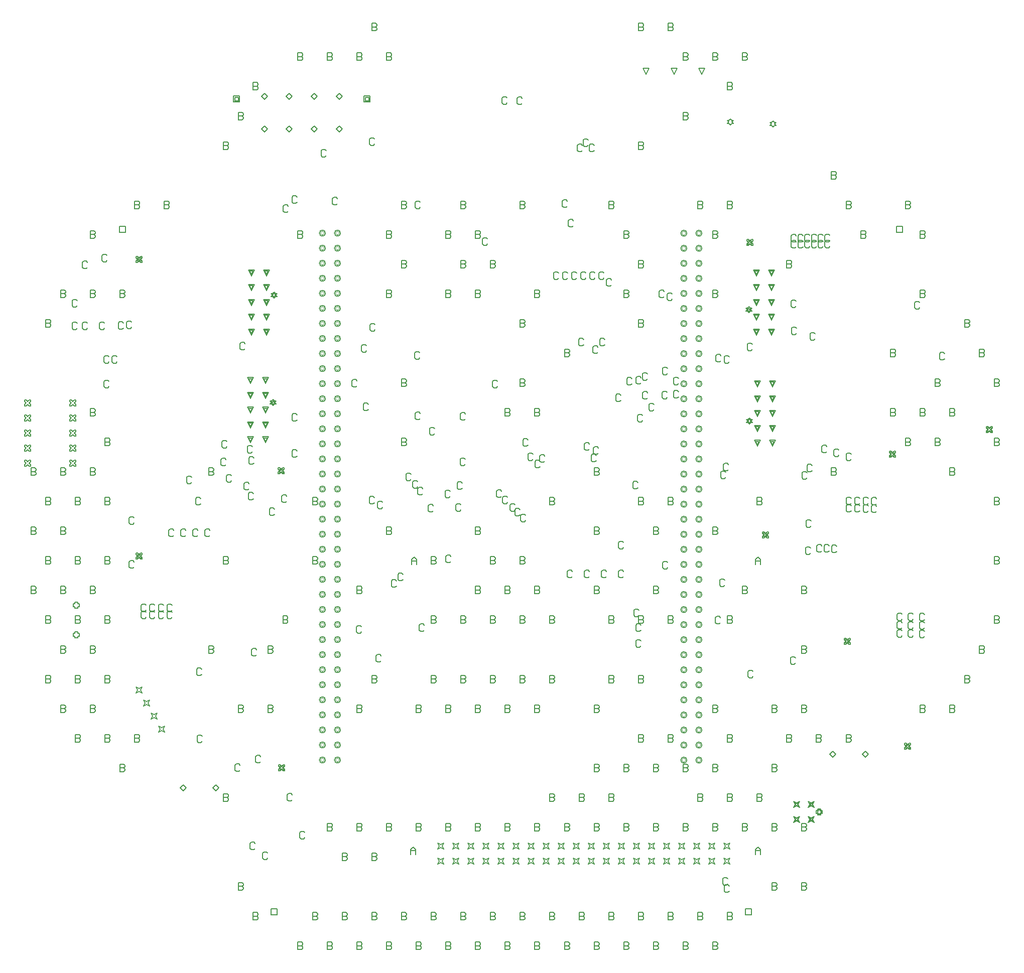
<source format=gbr>
%TF.GenerationSoftware,Altium Limited,Altium Designer,23.6.0 (18)*%
G04 Layer_Color=2752767*
%FSLAX45Y45*%
%MOMM*%
%TF.SameCoordinates,8B2A78E3-6762-467B-82E4-ABAB87B9FA14*%
%TF.FilePolarity,Positive*%
%TF.FileFunction,Drawing*%
%TF.Part,Single*%
G01*
G75*
%TA.AperFunction,NonConductor*%
%ADD71C,0.12700*%
%ADD149C,0.16933*%
%ADD150C,0.10160*%
D71*
X1931500Y6738000D02*
Y6822639D01*
X1973820Y6864959D01*
X2016139Y6822639D01*
Y6738000D01*
Y6801479D01*
X1931500D01*
X7735400Y6738000D02*
Y6822639D01*
X7777720Y6864959D01*
X7820039Y6822639D01*
Y6738000D01*
Y6801479D01*
X7735400D01*
Y1848500D02*
Y1933139D01*
X7777720Y1975459D01*
X7820039Y1933139D01*
Y1848500D01*
Y1911979D01*
X7735400D01*
X1918800Y1848500D02*
Y1933139D01*
X1961120Y1975459D01*
X2003439Y1933139D01*
Y1848500D01*
Y1911979D01*
X1918800D01*
X7202000Y1683400D02*
X7227400Y1734200D01*
X7202000Y1785000D01*
X7252800Y1759600D01*
X7303600Y1785000D01*
X7278200Y1734200D01*
X7303600Y1683400D01*
X7252800Y1708800D01*
X7202000Y1683400D01*
Y1937400D02*
X7227400Y1988200D01*
X7202000Y2039000D01*
X7252800Y2013600D01*
X7303600Y2039000D01*
X7278200Y1988200D01*
X7303600Y1937400D01*
X7252800Y1962800D01*
X7202000Y1937400D01*
X6948000Y1683400D02*
X6973400Y1734200D01*
X6948000Y1785000D01*
X6998800Y1759600D01*
X7049600Y1785000D01*
X7024200Y1734200D01*
X7049600Y1683400D01*
X6998800Y1708800D01*
X6948000Y1683400D01*
Y1937400D02*
X6973400Y1988200D01*
X6948000Y2039000D01*
X6998800Y2013600D01*
X7049600Y2039000D01*
X7024200Y1988200D01*
X7049600Y1937400D01*
X6998800Y1962800D01*
X6948000Y1937400D01*
X6694000Y1683400D02*
X6719400Y1734200D01*
X6694000Y1785000D01*
X6744800Y1759600D01*
X6795600Y1785000D01*
X6770200Y1734200D01*
X6795600Y1683400D01*
X6744800Y1708800D01*
X6694000Y1683400D01*
Y1937400D02*
X6719400Y1988200D01*
X6694000Y2039000D01*
X6744800Y2013600D01*
X6795600Y2039000D01*
X6770200Y1988200D01*
X6795600Y1937400D01*
X6744800Y1962800D01*
X6694000Y1937400D01*
X6440000Y1683400D02*
X6465400Y1734200D01*
X6440000Y1785000D01*
X6490800Y1759600D01*
X6541600Y1785000D01*
X6516200Y1734200D01*
X6541600Y1683400D01*
X6490800Y1708800D01*
X6440000Y1683400D01*
X6186000D02*
X6211400Y1734200D01*
X6186000Y1785000D01*
X6236800Y1759600D01*
X6287600Y1785000D01*
X6262200Y1734200D01*
X6287600Y1683400D01*
X6236800Y1708800D01*
X6186000Y1683400D01*
Y1937400D02*
X6211400Y1988200D01*
X6186000Y2039000D01*
X6236800Y2013600D01*
X6287600Y2039000D01*
X6262200Y1988200D01*
X6287600Y1937400D01*
X6236800Y1962800D01*
X6186000Y1937400D01*
X5932000Y1683400D02*
X5957400Y1734200D01*
X5932000Y1785000D01*
X5982800Y1759600D01*
X6033600Y1785000D01*
X6008200Y1734200D01*
X6033600Y1683400D01*
X5982800Y1708800D01*
X5932000Y1683400D01*
Y1937400D02*
X5957400Y1988200D01*
X5932000Y2039000D01*
X5982800Y2013600D01*
X6033600Y2039000D01*
X6008200Y1988200D01*
X6033600Y1937400D01*
X5982800Y1962800D01*
X5932000Y1937400D01*
X5678000Y1683400D02*
X5703400Y1734200D01*
X5678000Y1785000D01*
X5728800Y1759600D01*
X5779600Y1785000D01*
X5754200Y1734200D01*
X5779600Y1683400D01*
X5728800Y1708800D01*
X5678000Y1683400D01*
Y1937400D02*
X5703400Y1988200D01*
X5678000Y2039000D01*
X5728800Y2013600D01*
X5779600Y2039000D01*
X5754200Y1988200D01*
X5779600Y1937400D01*
X5728800Y1962800D01*
X5678000Y1937400D01*
X5424000Y1683400D02*
X5449400Y1734200D01*
X5424000Y1785000D01*
X5474800Y1759600D01*
X5525600Y1785000D01*
X5500200Y1734200D01*
X5525600Y1683400D01*
X5474800Y1708800D01*
X5424000Y1683400D01*
Y1937400D02*
X5449400Y1988200D01*
X5424000Y2039000D01*
X5474800Y2013600D01*
X5525600Y2039000D01*
X5500200Y1988200D01*
X5525600Y1937400D01*
X5474800Y1962800D01*
X5424000Y1937400D01*
X5170000Y1683400D02*
X5195400Y1734200D01*
X5170000Y1785000D01*
X5220800Y1759600D01*
X5271600Y1785000D01*
X5246200Y1734200D01*
X5271600Y1683400D01*
X5220800Y1708800D01*
X5170000Y1683400D01*
Y1937400D02*
X5195400Y1988200D01*
X5170000Y2039000D01*
X5220800Y2013600D01*
X5271600Y2039000D01*
X5246200Y1988200D01*
X5271600Y1937400D01*
X5220800Y1962800D01*
X5170000Y1937400D01*
X4916000Y1683400D02*
X4941400Y1734200D01*
X4916000Y1785000D01*
X4966800Y1759600D01*
X5017600Y1785000D01*
X4992200Y1734200D01*
X5017600Y1683400D01*
X4966800Y1708800D01*
X4916000Y1683400D01*
Y1937400D02*
X4941400Y1988200D01*
X4916000Y2039000D01*
X4966800Y2013600D01*
X5017600Y2039000D01*
X4992200Y1988200D01*
X5017600Y1937400D01*
X4966800Y1962800D01*
X4916000Y1937400D01*
X4662000Y1683400D02*
X4687400Y1734200D01*
X4662000Y1785000D01*
X4712800Y1759600D01*
X4763600Y1785000D01*
X4738200Y1734200D01*
X4763600Y1683400D01*
X4712800Y1708800D01*
X4662000Y1683400D01*
Y1937400D02*
X4687400Y1988200D01*
X4662000Y2039000D01*
X4712800Y2013600D01*
X4763600Y2039000D01*
X4738200Y1988200D01*
X4763600Y1937400D01*
X4712800Y1962800D01*
X4662000Y1937400D01*
X4408000Y1683400D02*
X4433400Y1734200D01*
X4408000Y1785000D01*
X4458800Y1759600D01*
X4509600Y1785000D01*
X4484200Y1734200D01*
X4509600Y1683400D01*
X4458800Y1708800D01*
X4408000Y1683400D01*
Y1937400D02*
X4433400Y1988200D01*
X4408000Y2039000D01*
X4458800Y2013600D01*
X4509600Y2039000D01*
X4484200Y1988200D01*
X4509600Y1937400D01*
X4458800Y1962800D01*
X4408000Y1937400D01*
X4154000Y1683400D02*
X4179400Y1734200D01*
X4154000Y1785000D01*
X4204800Y1759600D01*
X4255600Y1785000D01*
X4230200Y1734200D01*
X4255600Y1683400D01*
X4204800Y1708800D01*
X4154000Y1683400D01*
Y1937400D02*
X4179400Y1988200D01*
X4154000Y2039000D01*
X4204800Y2013600D01*
X4255600Y2039000D01*
X4230200Y1988200D01*
X4255600Y1937400D01*
X4204800Y1962800D01*
X4154000Y1937400D01*
X3900000Y1683400D02*
X3925400Y1734200D01*
X3900000Y1785000D01*
X3950800Y1759600D01*
X4001600Y1785000D01*
X3976200Y1734200D01*
X4001600Y1683400D01*
X3950800Y1708800D01*
X3900000Y1683400D01*
Y1937400D02*
X3925400Y1988200D01*
X3900000Y2039000D01*
X3950800Y2013600D01*
X4001600Y2039000D01*
X3976200Y1988200D01*
X4001600Y1937400D01*
X3950800Y1962800D01*
X3900000Y1937400D01*
X3646000Y1683400D02*
X3671400Y1734200D01*
X3646000Y1785000D01*
X3696800Y1759600D01*
X3747600Y1785000D01*
X3722200Y1734200D01*
X3747600Y1683400D01*
X3696800Y1708800D01*
X3646000Y1683400D01*
Y1937400D02*
X3671400Y1988200D01*
X3646000Y2039000D01*
X3696800Y2013600D01*
X3747600Y2039000D01*
X3722200Y1988200D01*
X3747600Y1937400D01*
X3696800Y1962800D01*
X3646000Y1937400D01*
X3392000Y1683400D02*
X3417400Y1734200D01*
X3392000Y1785000D01*
X3442800Y1759600D01*
X3493600Y1785000D01*
X3468200Y1734200D01*
X3493600Y1683400D01*
X3442800Y1708800D01*
X3392000Y1683400D01*
Y1937400D02*
X3417400Y1988200D01*
X3392000Y2039000D01*
X3442800Y2013600D01*
X3493600Y2039000D01*
X3468200Y1988200D01*
X3493600Y1937400D01*
X3442800Y1962800D01*
X3392000Y1937400D01*
X3138000Y1683400D02*
X3163400Y1734200D01*
X3138000Y1785000D01*
X3188800Y1759600D01*
X3239600Y1785000D01*
X3214200Y1734200D01*
X3239600Y1683400D01*
X3188800Y1708800D01*
X3138000Y1683400D01*
Y1937400D02*
X3163400Y1988200D01*
X3138000Y2039000D01*
X3188800Y2013600D01*
X3239600Y2039000D01*
X3214200Y1988200D01*
X3239600Y1937400D01*
X3188800Y1962800D01*
X3138000Y1937400D01*
X2884000Y1683400D02*
X2909400Y1734200D01*
X2884000Y1785000D01*
X2934800Y1759600D01*
X2985600Y1785000D01*
X2960200Y1734200D01*
X2985600Y1683400D01*
X2934800Y1708800D01*
X2884000Y1683400D01*
Y1937400D02*
X2909400Y1988200D01*
X2884000Y2039000D01*
X2934800Y2013600D01*
X2985600Y2039000D01*
X2960200Y1988200D01*
X2985600Y1937400D01*
X2934800Y1962800D01*
X2884000Y1937400D01*
X2630000Y1683400D02*
X2655400Y1734200D01*
X2630000Y1785000D01*
X2680800Y1759600D01*
X2731600Y1785000D01*
X2706200Y1734200D01*
X2731600Y1683400D01*
X2680800Y1708800D01*
X2630000Y1683400D01*
Y1937400D02*
X2655400Y1988200D01*
X2630000Y2039000D01*
X2680800Y2013600D01*
X2731600Y2039000D01*
X2706200Y1988200D01*
X2731600Y1937400D01*
X2680800Y1962800D01*
X2630000Y1937400D01*
X2376000Y1683400D02*
X2401400Y1734200D01*
X2376000Y1785000D01*
X2426800Y1759600D01*
X2477600Y1785000D01*
X2452200Y1734200D01*
X2477600Y1683400D01*
X2426800Y1708800D01*
X2376000Y1683400D01*
Y1937400D02*
X2401400Y1988200D01*
X2376000Y2039000D01*
X2426800Y2013600D01*
X2477600Y2039000D01*
X2452200Y1988200D01*
X2477600Y1937400D01*
X2426800Y1962800D01*
X2376000Y1937400D01*
X6440000D02*
X6465400Y1988200D01*
X6440000Y2039000D01*
X6490800Y2013600D01*
X6541600Y2039000D01*
X6516200Y1988200D01*
X6541600Y1937400D01*
X6490800Y1962800D01*
X6440000Y1937400D01*
X8984200Y3540000D02*
X9035000Y3590800D01*
X9085800Y3540000D01*
X9035000Y3489200D01*
X8984200Y3540000D01*
X9534200D02*
X9585000Y3590800D01*
X9635800Y3540000D01*
X9585000Y3489200D01*
X9534200Y3540000D01*
X-1423300Y2975000D02*
X-1372500Y3025800D01*
X-1321700Y2975000D01*
X-1372500Y2924200D01*
X-1423300Y2975000D01*
X-1973300D02*
X-1922500Y3025800D01*
X-1871700Y2975000D01*
X-1922500Y2924200D01*
X-1973300Y2975000D01*
X8030000Y14121700D02*
X8055400Y14147099D01*
X8080800D01*
X8055400Y14172501D01*
X8080800Y14197900D01*
X8055400D01*
X8030000Y14223300D01*
X8004600Y14197900D01*
X7979200D01*
X8004600Y14172501D01*
X7979200Y14147099D01*
X8004600D01*
X8030000Y14121700D01*
X7310000Y14152200D02*
X7335400Y14177600D01*
X7360800D01*
X7335400Y14203000D01*
X7360800Y14228400D01*
X7335400D01*
X7310000Y14253799D01*
X7284600Y14228400D01*
X7259200D01*
X7284600Y14203000D01*
X7259200Y14177600D01*
X7284600D01*
X7310000Y14152200D01*
X5887500Y15011700D02*
X5836700Y15113300D01*
X5938300D01*
X5887500Y15011700D01*
X6357500D02*
X6306700Y15113300D01*
X6408300D01*
X6357500Y15011700D01*
X6827500D02*
X6776700Y15113300D01*
X6878300D01*
X6827500Y15011700D01*
X-402500Y9419200D02*
X-377100Y9444600D01*
X-351700D01*
X-377100Y9470000D01*
X-351700Y9495400D01*
X-377100D01*
X-402500Y9520800D01*
X-427900Y9495400D01*
X-453300D01*
X-427900Y9470000D01*
X-453300Y9444600D01*
X-427900D01*
X-402500Y9419200D01*
Y9439520D02*
X-387260Y9454760D01*
X-372020D01*
X-387260Y9470000D01*
X-372020Y9485240D01*
X-387260D01*
X-402500Y9500480D01*
X-417740Y9485240D01*
X-432980D01*
X-417740Y9470000D01*
X-432980Y9454760D01*
X-417740D01*
X-402500Y9439520D01*
X-786500Y8794200D02*
X-837300Y8895800D01*
X-735700D01*
X-786500Y8794200D01*
Y8814520D02*
X-816980Y8875480D01*
X-756020D01*
X-786500Y8814520D01*
Y9044200D02*
X-837300Y9145800D01*
X-735700D01*
X-786500Y9044200D01*
Y9064520D02*
X-816980Y9125480D01*
X-756020D01*
X-786500Y9064520D01*
Y9294200D02*
X-837300Y9395800D01*
X-735700D01*
X-786500Y9294200D01*
Y9314520D02*
X-816980Y9375480D01*
X-756020D01*
X-786500Y9314520D01*
Y9544200D02*
X-837300Y9645800D01*
X-735700D01*
X-786500Y9544200D01*
Y9564520D02*
X-816980Y9625480D01*
X-756020D01*
X-786500Y9564520D01*
Y9794200D02*
X-837300Y9895800D01*
X-735700D01*
X-786500Y9794200D01*
Y9814520D02*
X-816980Y9875480D01*
X-756020D01*
X-786500Y9814520D01*
X-532500Y8794200D02*
X-583300Y8895800D01*
X-481700D01*
X-532500Y8794200D01*
Y8814520D02*
X-562980Y8875480D01*
X-502020D01*
X-532500Y8814520D01*
Y9044200D02*
X-583300Y9145800D01*
X-481700D01*
X-532500Y9044200D01*
Y9064520D02*
X-562980Y9125480D01*
X-502020D01*
X-532500Y9064520D01*
Y9294200D02*
X-583300Y9395800D01*
X-481700D01*
X-532500Y9294200D01*
Y9314520D02*
X-562980Y9375480D01*
X-502020D01*
X-532500Y9314520D01*
Y9544200D02*
X-583300Y9645800D01*
X-481700D01*
X-532500Y9544200D01*
Y9564520D02*
X-562980Y9625480D01*
X-502020D01*
X-532500Y9564520D01*
Y9794200D02*
X-583300Y9895800D01*
X-481700D01*
X-532500Y9794200D01*
Y9814520D02*
X-562980Y9875480D01*
X-502020D01*
X-532500Y9814520D01*
X-389200Y11236900D02*
X-363800Y11262300D01*
X-338400D01*
X-363800Y11287700D01*
X-338400Y11313100D01*
X-363800D01*
X-389200Y11338500D01*
X-414600Y11313100D01*
X-440000D01*
X-414600Y11287700D01*
X-440000Y11262300D01*
X-414600D01*
X-389200Y11236900D01*
Y11257220D02*
X-373960Y11272460D01*
X-358720D01*
X-373960Y11287700D01*
X-358720Y11302940D01*
X-373960D01*
X-389200Y11318180D01*
X-404440Y11302940D01*
X-419680D01*
X-404440Y11287700D01*
X-419680Y11272460D01*
X-404440D01*
X-389200Y11257220D01*
X-773200Y10611900D02*
X-824000Y10713500D01*
X-722400D01*
X-773200Y10611900D01*
Y10632220D02*
X-803680Y10693180D01*
X-742720D01*
X-773200Y10632220D01*
Y10861900D02*
X-824000Y10963500D01*
X-722400D01*
X-773200Y10861900D01*
Y10882220D02*
X-803680Y10943180D01*
X-742720D01*
X-773200Y10882220D01*
Y11111900D02*
X-824000Y11213500D01*
X-722400D01*
X-773200Y11111900D01*
Y11132220D02*
X-803680Y11193180D01*
X-742720D01*
X-773200Y11132220D01*
Y11361900D02*
X-824000Y11463500D01*
X-722400D01*
X-773200Y11361900D01*
Y11382220D02*
X-803680Y11443180D01*
X-742720D01*
X-773200Y11382220D01*
Y11611900D02*
X-824000Y11713500D01*
X-722400D01*
X-773200Y11611900D01*
Y11632220D02*
X-803680Y11693180D01*
X-742720D01*
X-773200Y11632220D01*
X-519200Y10611900D02*
X-570000Y10713500D01*
X-468400D01*
X-519200Y10611900D01*
Y10632220D02*
X-549680Y10693180D01*
X-488720D01*
X-519200Y10632220D01*
Y10861900D02*
X-570000Y10963500D01*
X-468400D01*
X-519200Y10861900D01*
Y10882220D02*
X-549680Y10943180D01*
X-488720D01*
X-519200Y10882220D01*
Y11111900D02*
X-570000Y11213500D01*
X-468400D01*
X-519200Y11111900D01*
Y11132220D02*
X-549680Y11193180D01*
X-488720D01*
X-519200Y11132220D01*
Y11361900D02*
X-570000Y11463500D01*
X-468400D01*
X-519200Y11361900D01*
Y11382220D02*
X-549680Y11443180D01*
X-488720D01*
X-519200Y11382220D01*
Y11611900D02*
X-570000Y11713500D01*
X-468400D01*
X-519200Y11611900D01*
Y11632220D02*
X-549680Y11693180D01*
X-488720D01*
X-519200Y11632220D01*
X7631200Y9111300D02*
X7656600Y9136700D01*
X7682000D01*
X7656600Y9162100D01*
X7682000Y9187500D01*
X7656600D01*
X7631200Y9212900D01*
X7605800Y9187500D01*
X7580400D01*
X7605800Y9162100D01*
X7580400Y9136700D01*
X7605800D01*
X7631200Y9111300D01*
Y9131620D02*
X7646440Y9146860D01*
X7661680D01*
X7646440Y9162100D01*
X7661680Y9177340D01*
X7646440D01*
X7631200Y9192580D01*
X7615960Y9177340D01*
X7600720D01*
X7615960Y9162100D01*
X7600720Y9146860D01*
X7615960D01*
X7631200Y9131620D01*
X8015200Y9736300D02*
X7964400Y9837900D01*
X8066000D01*
X8015200Y9736300D01*
Y9756620D02*
X7984720Y9817580D01*
X8045680D01*
X8015200Y9756620D01*
Y9486300D02*
X7964400Y9587900D01*
X8066000D01*
X8015200Y9486300D01*
Y9506620D02*
X7984720Y9567580D01*
X8045680D01*
X8015200Y9506620D01*
Y9236300D02*
X7964400Y9337900D01*
X8066000D01*
X8015200Y9236300D01*
Y9256620D02*
X7984720Y9317580D01*
X8045680D01*
X8015200Y9256620D01*
Y8986300D02*
X7964400Y9087900D01*
X8066000D01*
X8015200Y8986300D01*
Y9006620D02*
X7984720Y9067580D01*
X8045680D01*
X8015200Y9006620D01*
Y8736300D02*
X7964400Y8837900D01*
X8066000D01*
X8015200Y8736300D01*
Y8756620D02*
X7984720Y8817580D01*
X8045680D01*
X8015200Y8756620D01*
X7761200Y9736300D02*
X7710400Y9837900D01*
X7812000D01*
X7761200Y9736300D01*
Y9756620D02*
X7730720Y9817580D01*
X7791680D01*
X7761200Y9756620D01*
Y9486300D02*
X7710400Y9587900D01*
X7812000D01*
X7761200Y9486300D01*
Y9506620D02*
X7730720Y9567580D01*
X7791680D01*
X7761200Y9506620D01*
Y9236300D02*
X7710400Y9337900D01*
X7812000D01*
X7761200Y9236300D01*
Y9256620D02*
X7730720Y9317580D01*
X7791680D01*
X7761200Y9256620D01*
Y8986300D02*
X7710400Y9087900D01*
X7812000D01*
X7761200Y8986300D01*
Y9006620D02*
X7730720Y9067580D01*
X7791680D01*
X7761200Y9006620D01*
Y8736300D02*
X7710400Y8837900D01*
X7812000D01*
X7761200Y8736300D01*
Y8756620D02*
X7730720Y8817580D01*
X7791680D01*
X7761200Y8756620D01*
X7748500Y10611900D02*
X7697700Y10713500D01*
X7799300D01*
X7748500Y10611900D01*
Y10632220D02*
X7718020Y10693180D01*
X7778980D01*
X7748500Y10632220D01*
Y10861900D02*
X7697700Y10963500D01*
X7799300D01*
X7748500Y10861900D01*
Y10882220D02*
X7718020Y10943180D01*
X7778980D01*
X7748500Y10882220D01*
Y11111900D02*
X7697700Y11213500D01*
X7799300D01*
X7748500Y11111900D01*
Y11132220D02*
X7718020Y11193180D01*
X7778980D01*
X7748500Y11132220D01*
Y11361900D02*
X7697700Y11463500D01*
X7799300D01*
X7748500Y11361900D01*
Y11382220D02*
X7718020Y11443180D01*
X7778980D01*
X7748500Y11382220D01*
Y11611900D02*
X7697700Y11713500D01*
X7799300D01*
X7748500Y11611900D01*
Y11632220D02*
X7718020Y11693180D01*
X7778980D01*
X7748500Y11632220D01*
X8002500Y10611900D02*
X7951700Y10713500D01*
X8053300D01*
X8002500Y10611900D01*
Y10632220D02*
X7972020Y10693180D01*
X8032980D01*
X8002500Y10632220D01*
Y10861900D02*
X7951700Y10963500D01*
X8053300D01*
X8002500Y10861900D01*
Y10882220D02*
X7972020Y10943180D01*
X8032980D01*
X8002500Y10882220D01*
Y11111900D02*
X7951700Y11213500D01*
X8053300D01*
X8002500Y11111900D01*
Y11132220D02*
X7972020Y11193180D01*
X8032980D01*
X8002500Y11132220D01*
Y11361900D02*
X7951700Y11463500D01*
X8053300D01*
X8002500Y11361900D01*
Y11382220D02*
X7972020Y11443180D01*
X8032980D01*
X8002500Y11382220D01*
Y11611900D02*
X7951700Y11713500D01*
X8053300D01*
X8002500Y11611900D01*
Y11632220D02*
X7972020Y11693180D01*
X8032980D01*
X8002500Y11632220D01*
X7618500Y10986900D02*
X7643900Y11012300D01*
X7669300D01*
X7643900Y11037700D01*
X7669300Y11063100D01*
X7643900D01*
X7618500Y11088500D01*
X7593100Y11063100D01*
X7567700D01*
X7593100Y11037700D01*
X7567700Y11012300D01*
X7593100D01*
X7618500Y10986900D01*
Y11007220D02*
X7633740Y11022460D01*
X7648980D01*
X7633740Y11037700D01*
X7648980Y11052940D01*
X7633740D01*
X7618500Y11068180D01*
X7603260Y11052940D01*
X7588020D01*
X7603260Y11037700D01*
X7588020Y11022460D01*
X7603260D01*
X7618500Y11007220D01*
X-1070800Y14543201D02*
Y14644800D01*
X-969200D01*
Y14543201D01*
X-1070800D01*
X-1050480Y14563519D02*
Y14624480D01*
X-989520D01*
Y14563519D01*
X-1050480D01*
X-180800Y14089999D02*
X-130000Y14140800D01*
X-79200Y14089999D01*
X-130000Y14039200D01*
X-180800Y14089999D01*
X659200D02*
X710000Y14140800D01*
X760800Y14089999D01*
X710000Y14039200D01*
X659200Y14089999D01*
X239200D02*
X290000Y14140800D01*
X340800Y14089999D01*
X290000Y14039200D01*
X239200Y14089999D01*
X-600800D02*
X-550000Y14140800D01*
X-499200Y14089999D01*
X-550000Y14039200D01*
X-600800Y14089999D01*
Y14639999D02*
X-550000Y14690800D01*
X-499200Y14639999D01*
X-550000Y14589200D01*
X-600800Y14639999D01*
X-180800D02*
X-130000Y14690800D01*
X-79200Y14639999D01*
X-130000Y14589200D01*
X-180800Y14639999D01*
X659200D02*
X710000Y14690800D01*
X760800Y14639999D01*
X710000Y14589200D01*
X659200Y14639999D01*
X239200D02*
X290000Y14690800D01*
X340800Y14639999D01*
X290000Y14589200D01*
X239200Y14639999D01*
X1129200Y14543201D02*
Y14644800D01*
X1230800D01*
Y14543201D01*
X1129200D01*
X1149520Y14563519D02*
Y14624480D01*
X1210480D01*
Y14563519D01*
X1149520D01*
X8374200Y2389200D02*
X8399600Y2440000D01*
X8374200Y2490800D01*
X8425000Y2465400D01*
X8475800Y2490800D01*
X8450400Y2440000D01*
X8475800Y2389200D01*
X8425000Y2414600D01*
X8374200Y2389200D01*
X8394520Y2409520D02*
X8409760Y2440000D01*
X8394520Y2470480D01*
X8425000Y2455240D01*
X8455480Y2470480D01*
X8440240Y2440000D01*
X8455480Y2409520D01*
X8425000Y2424760D01*
X8394520Y2409520D01*
X8624200Y2389200D02*
X8649600Y2440000D01*
X8624200Y2490800D01*
X8675000Y2465400D01*
X8725800Y2490800D01*
X8700400Y2440000D01*
X8725800Y2389200D01*
X8675000Y2414600D01*
X8624200Y2389200D01*
X8644520Y2409520D02*
X8659760Y2440000D01*
X8644520Y2470480D01*
X8675000Y2455240D01*
X8705480Y2470480D01*
X8690240Y2440000D01*
X8705480Y2409520D01*
X8675000Y2424760D01*
X8644520Y2409520D01*
X8374200Y2639200D02*
X8399600Y2690000D01*
X8374200Y2740800D01*
X8425000Y2715400D01*
X8475800Y2740800D01*
X8450400Y2690000D01*
X8475800Y2639200D01*
X8425000Y2664600D01*
X8374200Y2639200D01*
X8394520Y2659520D02*
X8409760Y2690000D01*
X8394520Y2720480D01*
X8425000Y2705240D01*
X8455480Y2720480D01*
X8440240Y2690000D01*
X8455480Y2659520D01*
X8425000Y2674760D01*
X8394520Y2659520D01*
X8624200Y2639200D02*
X8649600Y2690000D01*
X8624200Y2740800D01*
X8675000Y2715400D01*
X8725800Y2740800D01*
X8700400Y2690000D01*
X8725800Y2639200D01*
X8675000Y2664600D01*
X8624200Y2639200D01*
X8644520Y2659520D02*
X8659760Y2690000D01*
X8644520Y2720480D01*
X8675000Y2705240D01*
X8705480Y2720480D01*
X8690240Y2690000D01*
X8705480Y2659520D01*
X8675000Y2674760D01*
X8644520Y2659520D01*
X8783600Y2539600D02*
Y2514200D01*
X8834400D01*
Y2539600D01*
X8859800D01*
Y2590400D01*
X8834400D01*
Y2615800D01*
X8783600D01*
Y2590400D01*
X8758200D01*
Y2539600D01*
X8783600D01*
X8793760Y2549760D02*
Y2534520D01*
X8824240D01*
Y2549760D01*
X8839480D01*
Y2580240D01*
X8824240D01*
Y2595480D01*
X8793760D01*
Y2580240D01*
X8778520D01*
Y2549760D01*
X8793760D01*
X-3750400Y5529600D02*
Y5504200D01*
X-3699600D01*
Y5529600D01*
X-3674200D01*
Y5580400D01*
X-3699600D01*
Y5605800D01*
X-3750400D01*
Y5580400D01*
X-3775800D01*
Y5529600D01*
X-3750400D01*
Y6029600D02*
Y6004200D01*
X-3699600D01*
Y6029600D01*
X-3674200D01*
Y6080400D01*
X-3699600D01*
Y6105800D01*
X-3750400D01*
Y6080400D01*
X-3775800D01*
Y6029600D01*
X-3750400D01*
X-3831300Y9418700D02*
X-3805900D01*
X-3780500Y9444100D01*
X-3755100Y9418700D01*
X-3729700D01*
Y9444100D01*
X-3755100Y9469500D01*
X-3729700Y9494900D01*
Y9520300D01*
X-3755100D01*
X-3780500Y9494900D01*
X-3805900Y9520300D01*
X-3831300D01*
Y9494900D01*
X-3805900Y9469500D01*
X-3831300Y9444100D01*
Y9418700D01*
Y9164700D02*
X-3805900D01*
X-3780500Y9190100D01*
X-3755100Y9164700D01*
X-3729700D01*
Y9190100D01*
X-3755100Y9215500D01*
X-3729700Y9240900D01*
Y9266300D01*
X-3755100D01*
X-3780500Y9240900D01*
X-3805900Y9266300D01*
X-3831300D01*
Y9240900D01*
X-3805900Y9215500D01*
X-3831300Y9190100D01*
Y9164700D01*
Y8910700D02*
X-3805900D01*
X-3780500Y8936100D01*
X-3755100Y8910700D01*
X-3729700D01*
Y8936100D01*
X-3755100Y8961500D01*
X-3729700Y8986900D01*
Y9012300D01*
X-3755100D01*
X-3780500Y8986900D01*
X-3805900Y9012300D01*
X-3831300D01*
Y8986900D01*
X-3805900Y8961500D01*
X-3831300Y8936100D01*
Y8910700D01*
Y8656700D02*
X-3805900D01*
X-3780500Y8682100D01*
X-3755100Y8656700D01*
X-3729700D01*
Y8682100D01*
X-3755100Y8707500D01*
X-3729700Y8732900D01*
Y8758300D01*
X-3755100D01*
X-3780500Y8732900D01*
X-3805900Y8758300D01*
X-3831300D01*
Y8732900D01*
X-3805900Y8707500D01*
X-3831300Y8682100D01*
Y8656700D01*
Y8402700D02*
X-3805900D01*
X-3780500Y8428100D01*
X-3755100Y8402700D01*
X-3729700D01*
Y8428100D01*
X-3755100Y8453500D01*
X-3729700Y8478900D01*
Y8504300D01*
X-3755100D01*
X-3780500Y8478900D01*
X-3805900Y8504300D01*
X-3831300D01*
Y8478900D01*
X-3805900Y8453500D01*
X-3831300Y8428100D01*
Y8402700D01*
X-4593300D02*
X-4567900D01*
X-4542500Y8428100D01*
X-4517100Y8402700D01*
X-4491700D01*
Y8428100D01*
X-4517100Y8453500D01*
X-4491700Y8478900D01*
Y8504300D01*
X-4517100D01*
X-4542500Y8478900D01*
X-4567900Y8504300D01*
X-4593300D01*
Y8478900D01*
X-4567900Y8453500D01*
X-4593300Y8428100D01*
Y8402700D01*
Y8656700D02*
X-4567900D01*
X-4542500Y8682100D01*
X-4517100Y8656700D01*
X-4491700D01*
Y8682100D01*
X-4517100Y8707500D01*
X-4491700Y8732900D01*
Y8758300D01*
X-4517100D01*
X-4542500Y8732900D01*
X-4567900Y8758300D01*
X-4593300D01*
Y8732900D01*
X-4567900Y8707500D01*
X-4593300Y8682100D01*
Y8656700D01*
Y8910700D02*
X-4567900D01*
X-4542500Y8936100D01*
X-4517100Y8910700D01*
X-4491700D01*
Y8936100D01*
X-4517100Y8961500D01*
X-4491700Y8986900D01*
Y9012300D01*
X-4517100D01*
X-4542500Y8986900D01*
X-4567900Y9012300D01*
X-4593300D01*
Y8986900D01*
X-4567900Y8961500D01*
X-4593300Y8936100D01*
Y8910700D01*
Y9164700D02*
X-4567900D01*
X-4542500Y9190100D01*
X-4517100Y9164700D01*
X-4491700D01*
Y9190100D01*
X-4517100Y9215500D01*
X-4491700Y9240900D01*
Y9266300D01*
X-4517100D01*
X-4542500Y9240900D01*
X-4567900Y9266300D01*
X-4593300D01*
Y9240900D01*
X-4567900Y9215500D01*
X-4593300Y9190100D01*
Y9164700D01*
Y9418700D02*
X-4567900D01*
X-4542500Y9444100D01*
X-4517100Y9418700D01*
X-4491700D01*
Y9444100D01*
X-4517100Y9469500D01*
X-4491700Y9494900D01*
Y9520300D01*
X-4517100D01*
X-4542500Y9494900D01*
X-4567900Y9520300D01*
X-4593300D01*
Y9494900D01*
X-4567900Y9469500D01*
X-4593300Y9444100D01*
Y9418700D01*
X-2335700Y3914530D02*
X-2310300Y3965330D01*
X-2335700Y4016130D01*
X-2284900Y3990730D01*
X-2234100Y4016130D01*
X-2259500Y3965330D01*
X-2234100Y3914530D01*
X-2284900Y3939930D01*
X-2335700Y3914530D01*
X-2462700Y4134500D02*
X-2437300Y4185300D01*
X-2462700Y4236100D01*
X-2411900Y4210700D01*
X-2361100Y4236100D01*
X-2386500Y4185300D01*
X-2361100Y4134500D01*
X-2411900Y4159900D01*
X-2462700Y4134500D01*
X-2589700Y4354471D02*
X-2564300Y4405271D01*
X-2589700Y4456071D01*
X-2538900Y4430671D01*
X-2488100Y4456071D01*
X-2513500Y4405271D01*
X-2488100Y4354471D01*
X-2538900Y4379871D01*
X-2589700Y4354471D01*
X-2716700Y4574441D02*
X-2691300Y4625241D01*
X-2716700Y4676041D01*
X-2665900Y4650641D01*
X-2615100Y4676041D01*
X-2640500Y4625241D01*
X-2615100Y4574441D01*
X-2665900Y4599841D01*
X-2716700Y4574441D01*
X11626700Y8966703D02*
X11652100D01*
X11677500Y8992103D01*
X11702900Y8966703D01*
X11728300D01*
Y8992103D01*
X11702900Y9017503D01*
X11728300Y9042903D01*
Y9068303D01*
X11702900D01*
X11677500Y9042903D01*
X11652100Y9068303D01*
X11626700D01*
Y9042903D01*
X11652100Y9017503D01*
X11626700Y8992103D01*
Y8966703D01*
X11647020Y8987023D02*
X11662260D01*
X11677500Y9002263D01*
X11692740Y8987023D01*
X11707980D01*
Y9002263D01*
X11692740Y9017503D01*
X11707980Y9032743D01*
Y9047983D01*
X11692740D01*
X11677500Y9032743D01*
X11662260Y9047983D01*
X11647020D01*
Y9032743D01*
X11662260Y9017503D01*
X11647020Y9002263D01*
Y8987023D01*
X9226700Y5394198D02*
X9252100D01*
X9277500Y5419598D01*
X9302900Y5394198D01*
X9328300D01*
Y5419598D01*
X9302900Y5444998D01*
X9328300Y5470398D01*
Y5495798D01*
X9302900D01*
X9277500Y5470398D01*
X9252100Y5495798D01*
X9226700D01*
Y5470398D01*
X9252100Y5444998D01*
X9226700Y5419598D01*
Y5394198D01*
X9247020Y5414518D02*
X9262260D01*
X9277500Y5429758D01*
X9292740Y5414518D01*
X9307980D01*
Y5429758D01*
X9292740Y5444998D01*
X9307980Y5460238D01*
Y5475478D01*
X9292740D01*
X9277500Y5460238D01*
X9262260Y5475478D01*
X9247020D01*
Y5460238D01*
X9262260Y5444998D01*
X9247020Y5429758D01*
Y5414518D01*
X-2713301Y11839199D02*
X-2687901D01*
X-2662501Y11864599D01*
X-2637101Y11839199D01*
X-2611701D01*
Y11864599D01*
X-2637101Y11889999D01*
X-2611701Y11915399D01*
Y11940799D01*
X-2637101D01*
X-2662501Y11915399D01*
X-2687901Y11940799D01*
X-2713301D01*
Y11915399D01*
X-2687901Y11889999D01*
X-2713301Y11864599D01*
Y11839199D01*
X-2692981Y11859519D02*
X-2677741D01*
X-2662501Y11874759D01*
X-2647261Y11859519D01*
X-2632021D01*
Y11874759D01*
X-2647261Y11889999D01*
X-2632021Y11905239D01*
Y11920479D01*
X-2647261D01*
X-2662501Y11905239D01*
X-2677741Y11920479D01*
X-2692981D01*
Y11905239D01*
X-2677741Y11889999D01*
X-2692981Y11874759D01*
Y11859519D01*
X-318300Y8269198D02*
X-292900D01*
X-267500Y8294598D01*
X-242100Y8269198D01*
X-216700D01*
Y8294598D01*
X-242100Y8319998D01*
X-216700Y8345398D01*
Y8370798D01*
X-242100D01*
X-267500Y8345398D01*
X-292900Y8370798D01*
X-318300D01*
Y8345398D01*
X-292900Y8319998D01*
X-318300Y8294598D01*
Y8269198D01*
X-297980Y8289518D02*
X-282740D01*
X-267500Y8304758D01*
X-252260Y8289518D01*
X-237020D01*
Y8304758D01*
X-252260Y8319998D01*
X-237020Y8335238D01*
Y8350478D01*
X-252260D01*
X-267500Y8335238D01*
X-282740Y8350478D01*
X-297980D01*
Y8335238D01*
X-282740Y8319998D01*
X-297980Y8304758D01*
Y8289518D01*
X-310802Y3259201D02*
X-285402D01*
X-260002Y3284601D01*
X-234602Y3259201D01*
X-209202D01*
Y3284601D01*
X-234602Y3310001D01*
X-209202Y3335401D01*
Y3360801D01*
X-234602D01*
X-260002Y3335401D01*
X-285402Y3360801D01*
X-310802D01*
Y3335401D01*
X-285402Y3310001D01*
X-310802Y3284601D01*
Y3259201D01*
X-290482Y3279521D02*
X-275242D01*
X-260002Y3294761D01*
X-244762Y3279521D01*
X-229522D01*
Y3294761D01*
X-244762Y3310001D01*
X-229522Y3325241D01*
Y3340481D01*
X-244762D01*
X-260002Y3325241D01*
X-275242Y3340481D01*
X-290482D01*
Y3325241D01*
X-275242Y3310001D01*
X-290482Y3294761D01*
Y3279521D01*
X-2713301Y6829201D02*
X-2687901D01*
X-2662501Y6854601D01*
X-2637101Y6829201D01*
X-2611701D01*
Y6854601D01*
X-2637101Y6880001D01*
X-2611701Y6905401D01*
Y6930801D01*
X-2637101D01*
X-2662501Y6905401D01*
X-2687901Y6930801D01*
X-2713301D01*
Y6905401D01*
X-2687901Y6880001D01*
X-2713301Y6854601D01*
Y6829201D01*
X-2692981Y6849521D02*
X-2677741D01*
X-2662501Y6864761D01*
X-2647261Y6849521D01*
X-2632021D01*
Y6864761D01*
X-2647261Y6880001D01*
X-2632021Y6895241D01*
Y6910481D01*
X-2647261D01*
X-2662501Y6895241D01*
X-2677741Y6910481D01*
X-2692981D01*
Y6895241D01*
X-2677741Y6880001D01*
X-2692981Y6864761D01*
Y6849521D01*
X7846698Y7189201D02*
X7872098D01*
X7897498Y7214601D01*
X7922898Y7189201D01*
X7948298D01*
Y7214601D01*
X7922898Y7240001D01*
X7948298Y7265401D01*
Y7290801D01*
X7922898D01*
X7897498Y7265401D01*
X7872098Y7290801D01*
X7846698D01*
Y7265401D01*
X7872098Y7240001D01*
X7846698Y7214601D01*
Y7189201D01*
X7867018Y7209521D02*
X7882258D01*
X7897498Y7224761D01*
X7912738Y7209521D01*
X7927978D01*
Y7224761D01*
X7912738Y7240001D01*
X7927978Y7255241D01*
Y7270481D01*
X7912738D01*
X7897498Y7255241D01*
X7882258Y7270481D01*
X7867018D01*
Y7255241D01*
X7882258Y7240001D01*
X7867018Y7224761D01*
Y7209521D01*
X10249203Y3621699D02*
X10274603D01*
X10300003Y3647099D01*
X10325403Y3621699D01*
X10350803D01*
Y3647099D01*
X10325403Y3672499D01*
X10350803Y3697899D01*
Y3723299D01*
X10325403D01*
X10300003Y3697899D01*
X10274603Y3723299D01*
X10249203D01*
Y3697899D01*
X10274603Y3672499D01*
X10249203Y3647099D01*
Y3621699D01*
X10269523Y3642019D02*
X10284763D01*
X10300003Y3657259D01*
X10315243Y3642019D01*
X10330483D01*
Y3657259D01*
X10315243Y3672499D01*
X10330483Y3687739D01*
Y3702979D01*
X10315243D01*
X10300003Y3687739D01*
X10284763Y3702979D01*
X10269523D01*
Y3687739D01*
X10284763Y3672499D01*
X10269523Y3657259D01*
Y3642019D01*
X9989198Y8551702D02*
X10014598D01*
X10039998Y8577102D01*
X10065398Y8551702D01*
X10090798D01*
Y8577102D01*
X10065398Y8602502D01*
X10090798Y8627902D01*
Y8653302D01*
X10065398D01*
X10039998Y8627902D01*
X10014598Y8653302D01*
X9989198D01*
Y8627902D01*
X10014598Y8602502D01*
X9989198Y8577102D01*
Y8551702D01*
X10009518Y8572022D02*
X10024758D01*
X10039998Y8587262D01*
X10055238Y8572022D01*
X10070478D01*
Y8587262D01*
X10055238Y8602502D01*
X10070478Y8617742D01*
Y8632982D01*
X10055238D01*
X10039998Y8617742D01*
X10024758Y8632982D01*
X10009518D01*
Y8617742D01*
X10024758Y8602502D01*
X10009518Y8587262D01*
Y8572022D01*
X7584199Y12121698D02*
X7609599D01*
X7634999Y12147098D01*
X7660399Y12121698D01*
X7685799D01*
Y12147098D01*
X7660399Y12172498D01*
X7685799Y12197898D01*
Y12223298D01*
X7660399D01*
X7634999Y12197898D01*
X7609599Y12223298D01*
X7584199D01*
Y12197898D01*
X7609599Y12172498D01*
X7584199Y12147098D01*
Y12121698D01*
X7604519Y12142018D02*
X7619759D01*
X7634999Y12157258D01*
X7650239Y12142018D01*
X7665479D01*
Y12157258D01*
X7650239Y12172498D01*
X7665479Y12187738D01*
Y12202978D01*
X7650239D01*
X7634999Y12187738D01*
X7619759Y12202978D01*
X7604519D01*
Y12187738D01*
X7619759Y12172498D01*
X7604519Y12157258D01*
Y12142018D01*
X10112413Y12342612D02*
Y12444212D01*
X10214013D01*
Y12342612D01*
X10112413D01*
X7559200Y825794D02*
Y927394D01*
X7660800D01*
Y825794D01*
X7559200D01*
X-2994017Y12342612D02*
Y12444212D01*
X-2892417D01*
Y12342612D01*
X-2994017D01*
X-440799Y825794D02*
Y927394D01*
X-339199D01*
Y825794D01*
X-440799D01*
X11510001Y10371959D02*
Y10245000D01*
X11573480D01*
X11594640Y10266160D01*
Y10287320D01*
X11573480Y10308480D01*
X11510001D01*
X11573480D01*
X11594640Y10329640D01*
Y10350799D01*
X11573480Y10371959D01*
X11510001D01*
X11760001Y9871959D02*
Y9745000D01*
X11823480D01*
X11844640Y9766160D01*
Y9787320D01*
X11823480Y9808480D01*
X11760001D01*
X11823480D01*
X11844640Y9829640D01*
Y9850799D01*
X11823480Y9871959D01*
X11760001D01*
Y8871959D02*
Y8745000D01*
X11823480D01*
X11844640Y8766160D01*
Y8787320D01*
X11823480Y8808480D01*
X11760001D01*
X11823480D01*
X11844640Y8829640D01*
Y8850799D01*
X11823480Y8871959D01*
X11760001D01*
Y7871959D02*
Y7745000D01*
X11823480D01*
X11844640Y7766160D01*
Y7787320D01*
X11823480Y7808480D01*
X11760001D01*
X11823480D01*
X11844640Y7829640D01*
Y7850799D01*
X11823480Y7871959D01*
X11760001D01*
Y6871959D02*
Y6745000D01*
X11823480D01*
X11844640Y6766160D01*
Y6787320D01*
X11823480Y6808480D01*
X11760001D01*
X11823480D01*
X11844640Y6829640D01*
Y6850799D01*
X11823480Y6871959D01*
X11760001D01*
Y5871959D02*
Y5745000D01*
X11823480D01*
X11844640Y5766160D01*
Y5787320D01*
X11823480Y5808480D01*
X11760001D01*
X11823480D01*
X11844640Y5829640D01*
Y5850799D01*
X11823480Y5871959D01*
X11760001D01*
X11510001Y5371959D02*
Y5245000D01*
X11573480D01*
X11594640Y5266160D01*
Y5287320D01*
X11573480Y5308480D01*
X11510001D01*
X11573480D01*
X11594640Y5329640D01*
Y5350799D01*
X11573480Y5371959D01*
X11510001D01*
X11260001Y10871959D02*
Y10745000D01*
X11323480D01*
X11344640Y10766160D01*
Y10787320D01*
X11323480Y10808480D01*
X11260001D01*
X11323480D01*
X11344640Y10829640D01*
Y10850799D01*
X11323480Y10871959D01*
X11260001D01*
X11010001Y9371959D02*
Y9245000D01*
X11073480D01*
X11094640Y9266160D01*
Y9287320D01*
X11073480Y9308480D01*
X11010001D01*
X11073480D01*
X11094640Y9329640D01*
Y9350799D01*
X11073480Y9371959D01*
X11010001D01*
Y8371959D02*
Y8245000D01*
X11073480D01*
X11094640Y8266160D01*
Y8287320D01*
X11073480Y8308480D01*
X11010001D01*
X11073480D01*
X11094640Y8329640D01*
Y8350799D01*
X11073480Y8371959D01*
X11010001D01*
X11260001Y4871959D02*
Y4745000D01*
X11323480D01*
X11344640Y4766160D01*
Y4787320D01*
X11323480Y4808480D01*
X11260001D01*
X11323480D01*
X11344640Y4829640D01*
Y4850799D01*
X11323480Y4871959D01*
X11260001D01*
X11010001Y4371959D02*
Y4245000D01*
X11073480D01*
X11094640Y4266160D01*
Y4287320D01*
X11073480Y4308480D01*
X11010001D01*
X11073480D01*
X11094640Y4329640D01*
Y4350799D01*
X11073480Y4371959D01*
X11010001D01*
X10510001Y12371959D02*
Y12245000D01*
X10573480D01*
X10594640Y12266160D01*
Y12287320D01*
X10573480Y12308480D01*
X10510001D01*
X10573480D01*
X10594640Y12329640D01*
Y12350800D01*
X10573480Y12371959D01*
X10510001D01*
Y11371959D02*
Y11245000D01*
X10573480D01*
X10594640Y11266160D01*
Y11287320D01*
X10573480Y11308480D01*
X10510001D01*
X10573480D01*
X10594640Y11329640D01*
Y11350799D01*
X10573480Y11371959D01*
X10510001D01*
X10760001Y9871959D02*
Y9745000D01*
X10823480D01*
X10844640Y9766160D01*
Y9787320D01*
X10823480Y9808480D01*
X10760001D01*
X10823480D01*
X10844640Y9829640D01*
Y9850799D01*
X10823480Y9871959D01*
X10760001D01*
X10510001Y9371959D02*
Y9245000D01*
X10573480D01*
X10594640Y9266160D01*
Y9287320D01*
X10573480Y9308480D01*
X10510001D01*
X10573480D01*
X10594640Y9329640D01*
Y9350799D01*
X10573480Y9371959D01*
X10510001D01*
X10760001Y8871959D02*
Y8745000D01*
X10823480D01*
X10844640Y8766160D01*
Y8787320D01*
X10823480Y8808480D01*
X10760001D01*
X10823480D01*
X10844640Y8829640D01*
Y8850799D01*
X10823480Y8871959D01*
X10760001D01*
X10510001Y4371959D02*
Y4245000D01*
X10573480D01*
X10594640Y4266160D01*
Y4287320D01*
X10573480Y4308480D01*
X10510001D01*
X10573480D01*
X10594640Y4329640D01*
Y4350799D01*
X10573480Y4371959D01*
X10510001D01*
X10260001Y12871959D02*
Y12745000D01*
X10323480D01*
X10344640Y12766160D01*
Y12787320D01*
X10323480Y12808479D01*
X10260001D01*
X10323480D01*
X10344640Y12829640D01*
Y12850800D01*
X10323480Y12871959D01*
X10260001D01*
X10010001Y10371959D02*
Y10245000D01*
X10073480D01*
X10094640Y10266160D01*
Y10287320D01*
X10073480Y10308480D01*
X10010001D01*
X10073480D01*
X10094640Y10329640D01*
Y10350799D01*
X10073480Y10371959D01*
X10010001D01*
Y9371959D02*
Y9245000D01*
X10073480D01*
X10094640Y9266160D01*
Y9287320D01*
X10073480Y9308480D01*
X10010001D01*
X10073480D01*
X10094640Y9329640D01*
Y9350799D01*
X10073480Y9371959D01*
X10010001D01*
X10260001Y8871959D02*
Y8745000D01*
X10323480D01*
X10344640Y8766160D01*
Y8787320D01*
X10323480Y8808480D01*
X10260001D01*
X10323480D01*
X10344640Y8829640D01*
Y8850799D01*
X10323480Y8871959D01*
X10260001D01*
X9510001Y12371959D02*
Y12245000D01*
X9573480D01*
X9594640Y12266160D01*
Y12287320D01*
X9573480Y12308480D01*
X9510001D01*
X9573480D01*
X9594640Y12329640D01*
Y12350800D01*
X9573480Y12371959D01*
X9510001D01*
X9010001Y13371959D02*
Y13245000D01*
X9073480D01*
X9094640Y13266161D01*
Y13287320D01*
X9073480Y13308479D01*
X9010001D01*
X9073480D01*
X9094640Y13329640D01*
Y13350800D01*
X9073480Y13371959D01*
X9010001D01*
X9260001Y12871959D02*
Y12745000D01*
X9323480D01*
X9344640Y12766160D01*
Y12787320D01*
X9323480Y12808479D01*
X9260001D01*
X9323480D01*
X9344640Y12829640D01*
Y12850800D01*
X9323480Y12871959D01*
X9260001D01*
X9010001Y8371959D02*
Y8245000D01*
X9073480D01*
X9094640Y8266160D01*
Y8287320D01*
X9073480Y8308480D01*
X9010001D01*
X9073480D01*
X9094640Y8329640D01*
Y8350799D01*
X9073480Y8371959D01*
X9010001D01*
X9260001Y3871959D02*
Y3745000D01*
X9323480D01*
X9344640Y3766160D01*
Y3787320D01*
X9323480Y3808480D01*
X9260001D01*
X9323480D01*
X9344640Y3829640D01*
Y3850799D01*
X9323480Y3871959D01*
X9260001D01*
X8510001Y6371959D02*
Y6245000D01*
X8573480D01*
X8594640Y6266160D01*
Y6287320D01*
X8573480Y6308480D01*
X8510001D01*
X8573480D01*
X8594640Y6329640D01*
Y6350799D01*
X8573480Y6371959D01*
X8510001D01*
Y5371959D02*
Y5245000D01*
X8573480D01*
X8594640Y5266160D01*
Y5287320D01*
X8573480Y5308480D01*
X8510001D01*
X8573480D01*
X8594640Y5329640D01*
Y5350799D01*
X8573480Y5371959D01*
X8510001D01*
Y4371959D02*
Y4245000D01*
X8573480D01*
X8594640Y4266160D01*
Y4287320D01*
X8573480Y4308480D01*
X8510001D01*
X8573480D01*
X8594640Y4329640D01*
Y4350799D01*
X8573480Y4371959D01*
X8510001D01*
X8760001Y3871959D02*
Y3745000D01*
X8823480D01*
X8844640Y3766160D01*
Y3787320D01*
X8823480Y3808480D01*
X8760001D01*
X8823480D01*
X8844640Y3829640D01*
Y3850799D01*
X8823480Y3871959D01*
X8760001D01*
X8510001Y2371959D02*
Y2245000D01*
X8573480D01*
X8594640Y2266160D01*
Y2287320D01*
X8573480Y2308480D01*
X8510001D01*
X8573480D01*
X8594640Y2329639D01*
Y2350799D01*
X8573480Y2371959D01*
X8510001D01*
Y1371959D02*
Y1245000D01*
X8573480D01*
X8594640Y1266160D01*
Y1287320D01*
X8573480Y1308479D01*
X8510001D01*
X8573480D01*
X8594640Y1329639D01*
Y1350799D01*
X8573480Y1371959D01*
X8510001D01*
X8260000Y11871959D02*
Y11745000D01*
X8323480D01*
X8344640Y11766160D01*
Y11787320D01*
X8323480Y11808480D01*
X8260000D01*
X8323480D01*
X8344640Y11829640D01*
Y11850800D01*
X8323480Y11871959D01*
X8260000D01*
X8010000Y4371959D02*
Y4245000D01*
X8073480D01*
X8094640Y4266160D01*
Y4287320D01*
X8073480Y4308480D01*
X8010000D01*
X8073480D01*
X8094640Y4329640D01*
Y4350799D01*
X8073480Y4371959D01*
X8010000D01*
X8260000Y3871959D02*
Y3745000D01*
X8323480D01*
X8344640Y3766160D01*
Y3787320D01*
X8323480Y3808480D01*
X8260000D01*
X8323480D01*
X8344640Y3829640D01*
Y3850799D01*
X8323480Y3871959D01*
X8260000D01*
X8010000Y3371959D02*
Y3245000D01*
X8073480D01*
X8094640Y3266160D01*
Y3287320D01*
X8073480Y3308480D01*
X8010000D01*
X8073480D01*
X8094640Y3329640D01*
Y3350799D01*
X8073480Y3371959D01*
X8010000D01*
Y2371959D02*
Y2245000D01*
X8073480D01*
X8094640Y2266160D01*
Y2287320D01*
X8073480Y2308480D01*
X8010000D01*
X8073480D01*
X8094640Y2329639D01*
Y2350799D01*
X8073480Y2371959D01*
X8010000D01*
Y1371959D02*
Y1245000D01*
X8073480D01*
X8094640Y1266160D01*
Y1287320D01*
X8073480Y1308479D01*
X8010000D01*
X8073480D01*
X8094640Y1329639D01*
Y1350799D01*
X8073480Y1371959D01*
X8010000D01*
X7510000Y15371959D02*
Y15245000D01*
X7573480D01*
X7594640Y15266161D01*
Y15287320D01*
X7573480Y15308479D01*
X7510000D01*
X7573480D01*
X7594640Y15329640D01*
Y15350800D01*
X7573480Y15371959D01*
X7510000D01*
X7760000Y7871959D02*
Y7745000D01*
X7823480D01*
X7844640Y7766160D01*
Y7787320D01*
X7823480Y7808480D01*
X7760000D01*
X7823480D01*
X7844640Y7829640D01*
Y7850799D01*
X7823480Y7871959D01*
X7760000D01*
X7510000Y6371959D02*
Y6245000D01*
X7573480D01*
X7594640Y6266160D01*
Y6287320D01*
X7573480Y6308480D01*
X7510000D01*
X7573480D01*
X7594640Y6329640D01*
Y6350799D01*
X7573480Y6371959D01*
X7510000D01*
X7760000Y2871959D02*
Y2745000D01*
X7823480D01*
X7844640Y2766160D01*
Y2787320D01*
X7823480Y2808480D01*
X7760000D01*
X7823480D01*
X7844640Y2829640D01*
Y2850799D01*
X7823480Y2871959D01*
X7760000D01*
X7510000Y2371959D02*
Y2245000D01*
X7573480D01*
X7594640Y2266160D01*
Y2287320D01*
X7573480Y2308480D01*
X7510000D01*
X7573480D01*
X7594640Y2329639D01*
Y2350799D01*
X7573480Y2371959D01*
X7510000D01*
X7010000Y15371959D02*
Y15245000D01*
X7073480D01*
X7094640Y15266161D01*
Y15287320D01*
X7073480Y15308479D01*
X7010000D01*
X7073480D01*
X7094640Y15329640D01*
Y15350800D01*
X7073480Y15371959D01*
X7010000D01*
X7260000Y14871959D02*
Y14745000D01*
X7323480D01*
X7344640Y14766161D01*
Y14787320D01*
X7323480Y14808479D01*
X7260000D01*
X7323480D01*
X7344640Y14829640D01*
Y14850800D01*
X7323480Y14871959D01*
X7260000D01*
Y12871959D02*
Y12745000D01*
X7323480D01*
X7344640Y12766160D01*
Y12787320D01*
X7323480Y12808479D01*
X7260000D01*
X7323480D01*
X7344640Y12829640D01*
Y12850800D01*
X7323480Y12871959D01*
X7260000D01*
X7010000Y12371959D02*
Y12245000D01*
X7073480D01*
X7094640Y12266160D01*
Y12287320D01*
X7073480Y12308480D01*
X7010000D01*
X7073480D01*
X7094640Y12329640D01*
Y12350800D01*
X7073480Y12371959D01*
X7010000D01*
Y11371959D02*
Y11245000D01*
X7073480D01*
X7094640Y11266160D01*
Y11287320D01*
X7073480Y11308480D01*
X7010000D01*
X7073480D01*
X7094640Y11329640D01*
Y11350799D01*
X7073480Y11371959D01*
X7010000D01*
Y7371959D02*
Y7245000D01*
X7073480D01*
X7094640Y7266160D01*
Y7287320D01*
X7073480Y7308480D01*
X7010000D01*
X7073480D01*
X7094640Y7329640D01*
Y7350799D01*
X7073480Y7371959D01*
X7010000D01*
X7260000Y5871959D02*
Y5745000D01*
X7323480D01*
X7344640Y5766160D01*
Y5787320D01*
X7323480Y5808480D01*
X7260000D01*
X7323480D01*
X7344640Y5829640D01*
Y5850799D01*
X7323480Y5871959D01*
X7260000D01*
X7010000Y4371959D02*
Y4245000D01*
X7073480D01*
X7094640Y4266160D01*
Y4287320D01*
X7073480Y4308480D01*
X7010000D01*
X7073480D01*
X7094640Y4329640D01*
Y4350799D01*
X7073480Y4371959D01*
X7010000D01*
X7260000Y3871959D02*
Y3745000D01*
X7323480D01*
X7344640Y3766160D01*
Y3787320D01*
X7323480Y3808480D01*
X7260000D01*
X7323480D01*
X7344640Y3829640D01*
Y3850799D01*
X7323480Y3871959D01*
X7260000D01*
X7010000Y3371959D02*
Y3245000D01*
X7073480D01*
X7094640Y3266160D01*
Y3287320D01*
X7073480Y3308480D01*
X7010000D01*
X7073480D01*
X7094640Y3329640D01*
Y3350799D01*
X7073480Y3371959D01*
X7010000D01*
X7260000Y2871959D02*
Y2745000D01*
X7323480D01*
X7344640Y2766160D01*
Y2787320D01*
X7323480Y2808480D01*
X7260000D01*
X7323480D01*
X7344640Y2829640D01*
Y2850799D01*
X7323480Y2871959D01*
X7260000D01*
X7010000Y2371959D02*
Y2245000D01*
X7073480D01*
X7094640Y2266160D01*
Y2287320D01*
X7073480Y2308480D01*
X7010000D01*
X7073480D01*
X7094640Y2329639D01*
Y2350799D01*
X7073480Y2371959D01*
X7010000D01*
X7260000Y871959D02*
Y745000D01*
X7323480D01*
X7344640Y766160D01*
Y787320D01*
X7323480Y808479D01*
X7260000D01*
X7323480D01*
X7344640Y829639D01*
Y850799D01*
X7323480Y871959D01*
X7260000D01*
X7010000Y371959D02*
Y245000D01*
X7073480D01*
X7094640Y266160D01*
Y287320D01*
X7073480Y308479D01*
X7010000D01*
X7073480D01*
X7094640Y329639D01*
Y350799D01*
X7073480Y371959D01*
X7010000D01*
X6510000Y15371959D02*
Y15245000D01*
X6573480D01*
X6594640Y15266161D01*
Y15287320D01*
X6573480Y15308479D01*
X6510000D01*
X6573480D01*
X6594640Y15329640D01*
Y15350800D01*
X6573480Y15371959D01*
X6510000D01*
Y14371959D02*
Y14245000D01*
X6573480D01*
X6594640Y14266161D01*
Y14287320D01*
X6573480Y14308479D01*
X6510000D01*
X6573480D01*
X6594640Y14329640D01*
Y14350800D01*
X6573480Y14371959D01*
X6510000D01*
X6760000Y12871959D02*
Y12745000D01*
X6823480D01*
X6844640Y12766160D01*
Y12787320D01*
X6823480Y12808479D01*
X6760000D01*
X6823480D01*
X6844640Y12829640D01*
Y12850800D01*
X6823480Y12871959D01*
X6760000D01*
X6510000Y3371959D02*
Y3245000D01*
X6573480D01*
X6594640Y3266160D01*
Y3287320D01*
X6573480Y3308480D01*
X6510000D01*
X6573480D01*
X6594640Y3329640D01*
Y3350799D01*
X6573480Y3371959D01*
X6510000D01*
X6760000Y2871959D02*
Y2745000D01*
X6823480D01*
X6844640Y2766160D01*
Y2787320D01*
X6823480Y2808480D01*
X6760000D01*
X6823480D01*
X6844640Y2829640D01*
Y2850799D01*
X6823480Y2871959D01*
X6760000D01*
X6510000Y2371959D02*
Y2245000D01*
X6573480D01*
X6594640Y2266160D01*
Y2287320D01*
X6573480Y2308480D01*
X6510000D01*
X6573480D01*
X6594640Y2329639D01*
Y2350799D01*
X6573480Y2371959D01*
X6510000D01*
X6760000Y871959D02*
Y745000D01*
X6823480D01*
X6844640Y766160D01*
Y787320D01*
X6823480Y808479D01*
X6760000D01*
X6823480D01*
X6844640Y829639D01*
Y850799D01*
X6823480Y871959D01*
X6760000D01*
X6510000Y371959D02*
Y245000D01*
X6573480D01*
X6594640Y266160D01*
Y287320D01*
X6573480Y308479D01*
X6510000D01*
X6573480D01*
X6594640Y329639D01*
Y350799D01*
X6573480Y371959D01*
X6510000D01*
X6260000Y15871959D02*
Y15745001D01*
X6323480D01*
X6344640Y15766161D01*
Y15787320D01*
X6323480Y15808479D01*
X6260000D01*
X6323480D01*
X6344640Y15829640D01*
Y15850800D01*
X6323480Y15871959D01*
X6260000D01*
Y7871959D02*
Y7745000D01*
X6323480D01*
X6344640Y7766160D01*
Y7787320D01*
X6323480Y7808480D01*
X6260000D01*
X6323480D01*
X6344640Y7829640D01*
Y7850799D01*
X6323480Y7871959D01*
X6260000D01*
X6010000Y7371959D02*
Y7245000D01*
X6073480D01*
X6094640Y7266160D01*
Y7287320D01*
X6073480Y7308480D01*
X6010000D01*
X6073480D01*
X6094640Y7329640D01*
Y7350799D01*
X6073480Y7371959D01*
X6010000D01*
Y6371959D02*
Y6245000D01*
X6073480D01*
X6094640Y6266160D01*
Y6287320D01*
X6073480Y6308480D01*
X6010000D01*
X6073480D01*
X6094640Y6329640D01*
Y6350799D01*
X6073480Y6371959D01*
X6010000D01*
X6260000Y5871959D02*
Y5745000D01*
X6323480D01*
X6344640Y5766160D01*
Y5787320D01*
X6323480Y5808480D01*
X6260000D01*
X6323480D01*
X6344640Y5829640D01*
Y5850799D01*
X6323480Y5871959D01*
X6260000D01*
Y3871959D02*
Y3745000D01*
X6323480D01*
X6344640Y3766160D01*
Y3787320D01*
X6323480Y3808480D01*
X6260000D01*
X6323480D01*
X6344640Y3829640D01*
Y3850799D01*
X6323480Y3871959D01*
X6260000D01*
X6010000Y3371959D02*
Y3245000D01*
X6073480D01*
X6094640Y3266160D01*
Y3287320D01*
X6073480Y3308480D01*
X6010000D01*
X6073480D01*
X6094640Y3329640D01*
Y3350799D01*
X6073480Y3371959D01*
X6010000D01*
Y2371959D02*
Y2245000D01*
X6073480D01*
X6094640Y2266160D01*
Y2287320D01*
X6073480Y2308480D01*
X6010000D01*
X6073480D01*
X6094640Y2329639D01*
Y2350799D01*
X6073480Y2371959D01*
X6010000D01*
X6260000Y871959D02*
Y745000D01*
X6323480D01*
X6344640Y766160D01*
Y787320D01*
X6323480Y808479D01*
X6260000D01*
X6323480D01*
X6344640Y829639D01*
Y850799D01*
X6323480Y871959D01*
X6260000D01*
X6010000Y371959D02*
Y245000D01*
X6073480D01*
X6094640Y266160D01*
Y287320D01*
X6073480Y308479D01*
X6010000D01*
X6073480D01*
X6094640Y329639D01*
Y350799D01*
X6073480Y371959D01*
X6010000D01*
X5760000Y15871959D02*
Y15745001D01*
X5823480D01*
X5844640Y15766161D01*
Y15787320D01*
X5823480Y15808479D01*
X5760000D01*
X5823480D01*
X5844640Y15829640D01*
Y15850800D01*
X5823480Y15871959D01*
X5760000D01*
Y13871959D02*
Y13745000D01*
X5823480D01*
X5844640Y13766161D01*
Y13787320D01*
X5823480Y13808479D01*
X5760000D01*
X5823480D01*
X5844640Y13829640D01*
Y13850800D01*
X5823480Y13871959D01*
X5760000D01*
X5510000Y12371959D02*
Y12245000D01*
X5573480D01*
X5594640Y12266160D01*
Y12287320D01*
X5573480Y12308480D01*
X5510000D01*
X5573480D01*
X5594640Y12329640D01*
Y12350800D01*
X5573480Y12371959D01*
X5510000D01*
X5760000Y11871959D02*
Y11745000D01*
X5823480D01*
X5844640Y11766160D01*
Y11787320D01*
X5823480Y11808480D01*
X5760000D01*
X5823480D01*
X5844640Y11829640D01*
Y11850800D01*
X5823480Y11871959D01*
X5760000D01*
X5510000Y11371959D02*
Y11245000D01*
X5573480D01*
X5594640Y11266160D01*
Y11287320D01*
X5573480Y11308480D01*
X5510000D01*
X5573480D01*
X5594640Y11329640D01*
Y11350799D01*
X5573480Y11371959D01*
X5510000D01*
X5760000Y10871959D02*
Y10745000D01*
X5823480D01*
X5844640Y10766160D01*
Y10787320D01*
X5823480Y10808480D01*
X5760000D01*
X5823480D01*
X5844640Y10829640D01*
Y10850799D01*
X5823480Y10871959D01*
X5760000D01*
Y7871959D02*
Y7745000D01*
X5823480D01*
X5844640Y7766160D01*
Y7787320D01*
X5823480Y7808480D01*
X5760000D01*
X5823480D01*
X5844640Y7829640D01*
Y7850799D01*
X5823480Y7871959D01*
X5760000D01*
Y5871959D02*
Y5745000D01*
X5823480D01*
X5844640Y5766160D01*
Y5787320D01*
X5823480Y5808480D01*
X5760000D01*
X5823480D01*
X5844640Y5829640D01*
Y5850799D01*
X5823480Y5871959D01*
X5760000D01*
Y4871959D02*
Y4745000D01*
X5823480D01*
X5844640Y4766160D01*
Y4787320D01*
X5823480Y4808480D01*
X5760000D01*
X5823480D01*
X5844640Y4829640D01*
Y4850799D01*
X5823480Y4871959D01*
X5760000D01*
Y3871959D02*
Y3745000D01*
X5823480D01*
X5844640Y3766160D01*
Y3787320D01*
X5823480Y3808480D01*
X5760000D01*
X5823480D01*
X5844640Y3829640D01*
Y3850799D01*
X5823480Y3871959D01*
X5760000D01*
X5510000Y3371959D02*
Y3245000D01*
X5573480D01*
X5594640Y3266160D01*
Y3287320D01*
X5573480Y3308480D01*
X5510000D01*
X5573480D01*
X5594640Y3329640D01*
Y3350799D01*
X5573480Y3371959D01*
X5510000D01*
Y2371959D02*
Y2245000D01*
X5573480D01*
X5594640Y2266160D01*
Y2287320D01*
X5573480Y2308480D01*
X5510000D01*
X5573480D01*
X5594640Y2329639D01*
Y2350799D01*
X5573480Y2371959D01*
X5510000D01*
X5760000Y871959D02*
Y745000D01*
X5823480D01*
X5844640Y766160D01*
Y787320D01*
X5823480Y808479D01*
X5760000D01*
X5823480D01*
X5844640Y829639D01*
Y850799D01*
X5823480Y871959D01*
X5760000D01*
X5510000Y371959D02*
Y245000D01*
X5573480D01*
X5594640Y266160D01*
Y287320D01*
X5573480Y308479D01*
X5510000D01*
X5573480D01*
X5594640Y329639D01*
Y350799D01*
X5573480Y371959D01*
X5510000D01*
X5260000Y12871959D02*
Y12745000D01*
X5323480D01*
X5344640Y12766160D01*
Y12787320D01*
X5323480Y12808479D01*
X5260000D01*
X5323480D01*
X5344640Y12829640D01*
Y12850800D01*
X5323480Y12871959D01*
X5260000D01*
X5010000Y8371959D02*
Y8245000D01*
X5073480D01*
X5094640Y8266160D01*
Y8287320D01*
X5073480Y8308480D01*
X5010000D01*
X5073480D01*
X5094640Y8329640D01*
Y8350799D01*
X5073480Y8371959D01*
X5010000D01*
Y7371959D02*
Y7245000D01*
X5073480D01*
X5094640Y7266160D01*
Y7287320D01*
X5073480Y7308480D01*
X5010000D01*
X5073480D01*
X5094640Y7329640D01*
Y7350799D01*
X5073480Y7371959D01*
X5010000D01*
Y6371959D02*
Y6245000D01*
X5073480D01*
X5094640Y6266160D01*
Y6287320D01*
X5073480Y6308480D01*
X5010000D01*
X5073480D01*
X5094640Y6329640D01*
Y6350799D01*
X5073480Y6371959D01*
X5010000D01*
X5260000Y5871959D02*
Y5745000D01*
X5323480D01*
X5344640Y5766160D01*
Y5787320D01*
X5323480Y5808480D01*
X5260000D01*
X5323480D01*
X5344640Y5829640D01*
Y5850799D01*
X5323480Y5871959D01*
X5260000D01*
Y4871959D02*
Y4745000D01*
X5323480D01*
X5344640Y4766160D01*
Y4787320D01*
X5323480Y4808480D01*
X5260000D01*
X5323480D01*
X5344640Y4829640D01*
Y4850799D01*
X5323480Y4871959D01*
X5260000D01*
X5010000Y4371959D02*
Y4245000D01*
X5073480D01*
X5094640Y4266160D01*
Y4287320D01*
X5073480Y4308480D01*
X5010000D01*
X5073480D01*
X5094640Y4329640D01*
Y4350799D01*
X5073480Y4371959D01*
X5010000D01*
Y3371959D02*
Y3245000D01*
X5073480D01*
X5094640Y3266160D01*
Y3287320D01*
X5073480Y3308480D01*
X5010000D01*
X5073480D01*
X5094640Y3329640D01*
Y3350799D01*
X5073480Y3371959D01*
X5010000D01*
X5260000Y2871959D02*
Y2745000D01*
X5323480D01*
X5344640Y2766160D01*
Y2787320D01*
X5323480Y2808480D01*
X5260000D01*
X5323480D01*
X5344640Y2829640D01*
Y2850799D01*
X5323480Y2871959D01*
X5260000D01*
X5010000Y2371959D02*
Y2245000D01*
X5073480D01*
X5094640Y2266160D01*
Y2287320D01*
X5073480Y2308480D01*
X5010000D01*
X5073480D01*
X5094640Y2329639D01*
Y2350799D01*
X5073480Y2371959D01*
X5010000D01*
X5260000Y871959D02*
Y745000D01*
X5323480D01*
X5344640Y766160D01*
Y787320D01*
X5323480Y808479D01*
X5260000D01*
X5323480D01*
X5344640Y829639D01*
Y850799D01*
X5323480Y871959D01*
X5260000D01*
X5010000Y371959D02*
Y245000D01*
X5073480D01*
X5094640Y266160D01*
Y287320D01*
X5073480Y308479D01*
X5010000D01*
X5073480D01*
X5094640Y329639D01*
Y350799D01*
X5073480Y371959D01*
X5010000D01*
X4510000Y10371959D02*
Y10245000D01*
X4573480D01*
X4594640Y10266160D01*
Y10287320D01*
X4573480Y10308480D01*
X4510000D01*
X4573480D01*
X4594640Y10329640D01*
Y10350799D01*
X4573480Y10371959D01*
X4510000D01*
X4760000Y2871959D02*
Y2745000D01*
X4823480D01*
X4844640Y2766160D01*
Y2787320D01*
X4823480Y2808480D01*
X4760000D01*
X4823480D01*
X4844640Y2829640D01*
Y2850799D01*
X4823480Y2871959D01*
X4760000D01*
X4510000Y2371959D02*
Y2245000D01*
X4573480D01*
X4594640Y2266160D01*
Y2287320D01*
X4573480Y2308480D01*
X4510000D01*
X4573480D01*
X4594640Y2329639D01*
Y2350799D01*
X4573480Y2371959D01*
X4510000D01*
X4760000Y871959D02*
Y745000D01*
X4823480D01*
X4844640Y766160D01*
Y787320D01*
X4823480Y808479D01*
X4760000D01*
X4823480D01*
X4844640Y829639D01*
Y850799D01*
X4823480Y871959D01*
X4760000D01*
X4510000Y371959D02*
Y245000D01*
X4573480D01*
X4594640Y266160D01*
Y287320D01*
X4573480Y308479D01*
X4510000D01*
X4573480D01*
X4594640Y329639D01*
Y350799D01*
X4573480Y371959D01*
X4510000D01*
X4010000Y11371959D02*
Y11245000D01*
X4073480D01*
X4094640Y11266160D01*
Y11287320D01*
X4073480Y11308480D01*
X4010000D01*
X4073480D01*
X4094640Y11329640D01*
Y11350799D01*
X4073480Y11371959D01*
X4010000D01*
Y9371959D02*
Y9245000D01*
X4073480D01*
X4094640Y9266160D01*
Y9287320D01*
X4073480Y9308480D01*
X4010000D01*
X4073480D01*
X4094640Y9329640D01*
Y9350799D01*
X4073480Y9371959D01*
X4010000D01*
X4260000Y7871959D02*
Y7745000D01*
X4323480D01*
X4344640Y7766160D01*
Y7787320D01*
X4323480Y7808480D01*
X4260000D01*
X4323480D01*
X4344640Y7829640D01*
Y7850799D01*
X4323480Y7871959D01*
X4260000D01*
X4010000Y6371959D02*
Y6245000D01*
X4073480D01*
X4094640Y6266160D01*
Y6287320D01*
X4073480Y6308480D01*
X4010000D01*
X4073480D01*
X4094640Y6329640D01*
Y6350799D01*
X4073480Y6371959D01*
X4010000D01*
X4260000Y5871959D02*
Y5745000D01*
X4323480D01*
X4344640Y5766160D01*
Y5787320D01*
X4323480Y5808480D01*
X4260000D01*
X4323480D01*
X4344640Y5829640D01*
Y5850799D01*
X4323480Y5871959D01*
X4260000D01*
Y4871959D02*
Y4745000D01*
X4323480D01*
X4344640Y4766160D01*
Y4787320D01*
X4323480Y4808480D01*
X4260000D01*
X4323480D01*
X4344640Y4829640D01*
Y4850799D01*
X4323480Y4871959D01*
X4260000D01*
X4010000Y4371959D02*
Y4245000D01*
X4073480D01*
X4094640Y4266160D01*
Y4287320D01*
X4073480Y4308480D01*
X4010000D01*
X4073480D01*
X4094640Y4329640D01*
Y4350799D01*
X4073480Y4371959D01*
X4010000D01*
X4260000Y2871959D02*
Y2745000D01*
X4323480D01*
X4344640Y2766160D01*
Y2787320D01*
X4323480Y2808480D01*
X4260000D01*
X4323480D01*
X4344640Y2829640D01*
Y2850799D01*
X4323480Y2871959D01*
X4260000D01*
X4010000Y2371959D02*
Y2245000D01*
X4073480D01*
X4094640Y2266160D01*
Y2287320D01*
X4073480Y2308480D01*
X4010000D01*
X4073480D01*
X4094640Y2329639D01*
Y2350799D01*
X4073480Y2371959D01*
X4010000D01*
X4260000Y871959D02*
Y745000D01*
X4323480D01*
X4344640Y766160D01*
Y787320D01*
X4323480Y808479D01*
X4260000D01*
X4323480D01*
X4344640Y829639D01*
Y850799D01*
X4323480Y871959D01*
X4260000D01*
X4010000Y371959D02*
Y245000D01*
X4073480D01*
X4094640Y266160D01*
Y287320D01*
X4073480Y308479D01*
X4010000D01*
X4073480D01*
X4094640Y329639D01*
Y350799D01*
X4073480Y371959D01*
X4010000D01*
X3760000Y12871959D02*
Y12745000D01*
X3823480D01*
X3844640Y12766160D01*
Y12787320D01*
X3823480Y12808479D01*
X3760000D01*
X3823480D01*
X3844640Y12829640D01*
Y12850800D01*
X3823480Y12871959D01*
X3760000D01*
Y10871959D02*
Y10745000D01*
X3823480D01*
X3844640Y10766160D01*
Y10787320D01*
X3823480Y10808480D01*
X3760000D01*
X3823480D01*
X3844640Y10829640D01*
Y10850799D01*
X3823480Y10871959D01*
X3760000D01*
Y9871959D02*
Y9745000D01*
X3823480D01*
X3844640Y9766160D01*
Y9787320D01*
X3823480Y9808480D01*
X3760000D01*
X3823480D01*
X3844640Y9829640D01*
Y9850799D01*
X3823480Y9871959D01*
X3760000D01*
X3510000Y9371959D02*
Y9245000D01*
X3573480D01*
X3594640Y9266160D01*
Y9287320D01*
X3573480Y9308480D01*
X3510000D01*
X3573480D01*
X3594640Y9329640D01*
Y9350799D01*
X3573480Y9371959D01*
X3510000D01*
X3760000Y6871959D02*
Y6745000D01*
X3823480D01*
X3844640Y6766160D01*
Y6787320D01*
X3823480Y6808480D01*
X3760000D01*
X3823480D01*
X3844640Y6829640D01*
Y6850799D01*
X3823480Y6871959D01*
X3760000D01*
X3510000Y6371959D02*
Y6245000D01*
X3573480D01*
X3594640Y6266160D01*
Y6287320D01*
X3573480Y6308480D01*
X3510000D01*
X3573480D01*
X3594640Y6329640D01*
Y6350799D01*
X3573480Y6371959D01*
X3510000D01*
X3760000Y5871959D02*
Y5745000D01*
X3823480D01*
X3844640Y5766160D01*
Y5787320D01*
X3823480Y5808480D01*
X3760000D01*
X3823480D01*
X3844640Y5829640D01*
Y5850799D01*
X3823480Y5871959D01*
X3760000D01*
Y4871959D02*
Y4745000D01*
X3823480D01*
X3844640Y4766160D01*
Y4787320D01*
X3823480Y4808480D01*
X3760000D01*
X3823480D01*
X3844640Y4829640D01*
Y4850799D01*
X3823480Y4871959D01*
X3760000D01*
X3510000Y4371959D02*
Y4245000D01*
X3573480D01*
X3594640Y4266160D01*
Y4287320D01*
X3573480Y4308480D01*
X3510000D01*
X3573480D01*
X3594640Y4329640D01*
Y4350799D01*
X3573480Y4371959D01*
X3510000D01*
Y2371959D02*
Y2245000D01*
X3573480D01*
X3594640Y2266160D01*
Y2287320D01*
X3573480Y2308480D01*
X3510000D01*
X3573480D01*
X3594640Y2329639D01*
Y2350799D01*
X3573480Y2371959D01*
X3510000D01*
X3760000Y871959D02*
Y745000D01*
X3823480D01*
X3844640Y766160D01*
Y787320D01*
X3823480Y808479D01*
X3760000D01*
X3823480D01*
X3844640Y829639D01*
Y850799D01*
X3823480Y871959D01*
X3760000D01*
X3510000Y371959D02*
Y245000D01*
X3573480D01*
X3594640Y266160D01*
Y287320D01*
X3573480Y308479D01*
X3510000D01*
X3573480D01*
X3594640Y329639D01*
Y350799D01*
X3573480Y371959D01*
X3510000D01*
X3010000Y12371959D02*
Y12245000D01*
X3073480D01*
X3094640Y12266160D01*
Y12287320D01*
X3073480Y12308480D01*
X3010000D01*
X3073480D01*
X3094640Y12329640D01*
Y12350800D01*
X3073480Y12371959D01*
X3010000D01*
X3260000Y11871959D02*
Y11745000D01*
X3323480D01*
X3344640Y11766160D01*
Y11787320D01*
X3323480Y11808480D01*
X3260000D01*
X3323480D01*
X3344640Y11829640D01*
Y11850800D01*
X3323480Y11871959D01*
X3260000D01*
X3010000Y11371959D02*
Y11245000D01*
X3073480D01*
X3094640Y11266160D01*
Y11287320D01*
X3073480Y11308480D01*
X3010000D01*
X3073480D01*
X3094640Y11329640D01*
Y11350799D01*
X3073480Y11371959D01*
X3010000D01*
Y7371959D02*
Y7245000D01*
X3073480D01*
X3094640Y7266160D01*
Y7287320D01*
X3073480Y7308480D01*
X3010000D01*
X3073480D01*
X3094640Y7329640D01*
Y7350799D01*
X3073480Y7371959D01*
X3010000D01*
X3260000Y6871959D02*
Y6745000D01*
X3323480D01*
X3344640Y6766160D01*
Y6787320D01*
X3323480Y6808480D01*
X3260000D01*
X3323480D01*
X3344640Y6829640D01*
Y6850799D01*
X3323480Y6871959D01*
X3260000D01*
X3010000Y6371959D02*
Y6245000D01*
X3073480D01*
X3094640Y6266160D01*
Y6287320D01*
X3073480Y6308480D01*
X3010000D01*
X3073480D01*
X3094640Y6329640D01*
Y6350799D01*
X3073480Y6371959D01*
X3010000D01*
X3260000Y5871959D02*
Y5745000D01*
X3323480D01*
X3344640Y5766160D01*
Y5787320D01*
X3323480Y5808480D01*
X3260000D01*
X3323480D01*
X3344640Y5829640D01*
Y5850799D01*
X3323480Y5871959D01*
X3260000D01*
Y4871959D02*
Y4745000D01*
X3323480D01*
X3344640Y4766160D01*
Y4787320D01*
X3323480Y4808480D01*
X3260000D01*
X3323480D01*
X3344640Y4829640D01*
Y4850799D01*
X3323480Y4871959D01*
X3260000D01*
X3010000Y4371959D02*
Y4245000D01*
X3073480D01*
X3094640Y4266160D01*
Y4287320D01*
X3073480Y4308480D01*
X3010000D01*
X3073480D01*
X3094640Y4329640D01*
Y4350799D01*
X3073480Y4371959D01*
X3010000D01*
Y2371959D02*
Y2245000D01*
X3073480D01*
X3094640Y2266160D01*
Y2287320D01*
X3073480Y2308480D01*
X3010000D01*
X3073480D01*
X3094640Y2329639D01*
Y2350799D01*
X3073480Y2371959D01*
X3010000D01*
X3260000Y871959D02*
Y745000D01*
X3323480D01*
X3344640Y766160D01*
Y787320D01*
X3323480Y808479D01*
X3260000D01*
X3323480D01*
X3344640Y829639D01*
Y850799D01*
X3323480Y871959D01*
X3260000D01*
X3010000Y371959D02*
Y245000D01*
X3073480D01*
X3094640Y266160D01*
Y287320D01*
X3073480Y308479D01*
X3010000D01*
X3073480D01*
X3094640Y329639D01*
Y350799D01*
X3073480Y371959D01*
X3010000D01*
X2760000Y12871959D02*
Y12745000D01*
X2823480D01*
X2844640Y12766160D01*
Y12787320D01*
X2823480Y12808479D01*
X2760000D01*
X2823480D01*
X2844640Y12829640D01*
Y12850800D01*
X2823480Y12871959D01*
X2760000D01*
X2510000Y12371959D02*
Y12245000D01*
X2573480D01*
X2594640Y12266160D01*
Y12287320D01*
X2573480Y12308480D01*
X2510000D01*
X2573480D01*
X2594640Y12329640D01*
Y12350800D01*
X2573480Y12371959D01*
X2510000D01*
X2760000Y11871959D02*
Y11745000D01*
X2823480D01*
X2844640Y11766160D01*
Y11787320D01*
X2823480Y11808480D01*
X2760000D01*
X2823480D01*
X2844640Y11829640D01*
Y11850800D01*
X2823480Y11871959D01*
X2760000D01*
X2510000Y11371959D02*
Y11245000D01*
X2573480D01*
X2594640Y11266160D01*
Y11287320D01*
X2573480Y11308480D01*
X2510000D01*
X2573480D01*
X2594640Y11329640D01*
Y11350799D01*
X2573480Y11371959D01*
X2510000D01*
X2760000Y5871959D02*
Y5745000D01*
X2823480D01*
X2844640Y5766160D01*
Y5787320D01*
X2823480Y5808480D01*
X2760000D01*
X2823480D01*
X2844640Y5829640D01*
Y5850799D01*
X2823480Y5871959D01*
X2760000D01*
Y4871959D02*
Y4745000D01*
X2823480D01*
X2844640Y4766160D01*
Y4787320D01*
X2823480Y4808480D01*
X2760000D01*
X2823480D01*
X2844640Y4829640D01*
Y4850799D01*
X2823480Y4871959D01*
X2760000D01*
X2510000Y4371959D02*
Y4245000D01*
X2573480D01*
X2594640Y4266160D01*
Y4287320D01*
X2573480Y4308480D01*
X2510000D01*
X2573480D01*
X2594640Y4329640D01*
Y4350799D01*
X2573480Y4371959D01*
X2510000D01*
Y2371959D02*
Y2245000D01*
X2573480D01*
X2594640Y2266160D01*
Y2287320D01*
X2573480Y2308480D01*
X2510000D01*
X2573480D01*
X2594640Y2329639D01*
Y2350799D01*
X2573480Y2371959D01*
X2510000D01*
X2760000Y871959D02*
Y745000D01*
X2823480D01*
X2844640Y766160D01*
Y787320D01*
X2823480Y808479D01*
X2760000D01*
X2823480D01*
X2844640Y829639D01*
Y850799D01*
X2823480Y871959D01*
X2760000D01*
X2510000Y371959D02*
Y245000D01*
X2573480D01*
X2594640Y266160D01*
Y287320D01*
X2573480Y308479D01*
X2510000D01*
X2573480D01*
X2594640Y329639D01*
Y350799D01*
X2573480Y371959D01*
X2510000D01*
X2260000Y6871959D02*
Y6745000D01*
X2323480D01*
X2344640Y6766160D01*
Y6787320D01*
X2323480Y6808480D01*
X2260000D01*
X2323480D01*
X2344640Y6829640D01*
Y6850799D01*
X2323480Y6871959D01*
X2260000D01*
Y5871959D02*
Y5745000D01*
X2323480D01*
X2344640Y5766160D01*
Y5787320D01*
X2323480Y5808480D01*
X2260000D01*
X2323480D01*
X2344640Y5829640D01*
Y5850799D01*
X2323480Y5871959D01*
X2260000D01*
Y4871959D02*
Y4745000D01*
X2323480D01*
X2344640Y4766160D01*
Y4787320D01*
X2323480Y4808480D01*
X2260000D01*
X2323480D01*
X2344640Y4829640D01*
Y4850799D01*
X2323480Y4871959D01*
X2260000D01*
X2010000Y4371959D02*
Y4245000D01*
X2073480D01*
X2094640Y4266160D01*
Y4287320D01*
X2073480Y4308480D01*
X2010000D01*
X2073480D01*
X2094640Y4329640D01*
Y4350799D01*
X2073480Y4371959D01*
X2010000D01*
Y2371959D02*
Y2245000D01*
X2073480D01*
X2094640Y2266160D01*
Y2287320D01*
X2073480Y2308480D01*
X2010000D01*
X2073480D01*
X2094640Y2329639D01*
Y2350799D01*
X2073480Y2371959D01*
X2010000D01*
X2260000Y871959D02*
Y745000D01*
X2323480D01*
X2344640Y766160D01*
Y787320D01*
X2323480Y808479D01*
X2260000D01*
X2323480D01*
X2344640Y829639D01*
Y850799D01*
X2323480Y871959D01*
X2260000D01*
X2010000Y371959D02*
Y245000D01*
X2073480D01*
X2094640Y266160D01*
Y287320D01*
X2073480Y308479D01*
X2010000D01*
X2073480D01*
X2094640Y329639D01*
Y350799D01*
X2073480Y371959D01*
X2010000D01*
X1510000Y15371959D02*
Y15245000D01*
X1573480D01*
X1594640Y15266161D01*
Y15287320D01*
X1573480Y15308479D01*
X1510000D01*
X1573480D01*
X1594640Y15329640D01*
Y15350800D01*
X1573480Y15371959D01*
X1510000D01*
X1760000Y12871959D02*
Y12745000D01*
X1823480D01*
X1844640Y12766160D01*
Y12787320D01*
X1823480Y12808479D01*
X1760000D01*
X1823480D01*
X1844640Y12829640D01*
Y12850800D01*
X1823480Y12871959D01*
X1760000D01*
X1510000Y12371959D02*
Y12245000D01*
X1573480D01*
X1594640Y12266160D01*
Y12287320D01*
X1573480Y12308480D01*
X1510000D01*
X1573480D01*
X1594640Y12329640D01*
Y12350800D01*
X1573480Y12371959D01*
X1510000D01*
X1760000Y11871959D02*
Y11745000D01*
X1823480D01*
X1844640Y11766160D01*
Y11787320D01*
X1823480Y11808480D01*
X1760000D01*
X1823480D01*
X1844640Y11829640D01*
Y11850800D01*
X1823480Y11871959D01*
X1760000D01*
X1510000Y11371959D02*
Y11245000D01*
X1573480D01*
X1594640Y11266160D01*
Y11287320D01*
X1573480Y11308480D01*
X1510000D01*
X1573480D01*
X1594640Y11329640D01*
Y11350799D01*
X1573480Y11371959D01*
X1510000D01*
X1760000Y9871959D02*
Y9745000D01*
X1823480D01*
X1844640Y9766160D01*
Y9787320D01*
X1823480Y9808480D01*
X1760000D01*
X1823480D01*
X1844640Y9829640D01*
Y9850799D01*
X1823480Y9871959D01*
X1760000D01*
Y8871959D02*
Y8745000D01*
X1823480D01*
X1844640Y8766160D01*
Y8787320D01*
X1823480Y8808480D01*
X1760000D01*
X1823480D01*
X1844640Y8829640D01*
Y8850799D01*
X1823480Y8871959D01*
X1760000D01*
X1510000Y7371959D02*
Y7245000D01*
X1573480D01*
X1594640Y7266160D01*
Y7287320D01*
X1573480Y7308480D01*
X1510000D01*
X1573480D01*
X1594640Y7329640D01*
Y7350799D01*
X1573480Y7371959D01*
X1510000D01*
Y2371959D02*
Y2245000D01*
X1573480D01*
X1594640Y2266160D01*
Y2287320D01*
X1573480Y2308480D01*
X1510000D01*
X1573480D01*
X1594640Y2329639D01*
Y2350799D01*
X1573480Y2371959D01*
X1510000D01*
X1760000Y871959D02*
Y745000D01*
X1823480D01*
X1844640Y766160D01*
Y787320D01*
X1823480Y808479D01*
X1760000D01*
X1823480D01*
X1844640Y829639D01*
Y850799D01*
X1823480Y871959D01*
X1760000D01*
X1510000Y371959D02*
Y245000D01*
X1573480D01*
X1594640Y266160D01*
Y287320D01*
X1573480Y308479D01*
X1510000D01*
X1573480D01*
X1594640Y329639D01*
Y350799D01*
X1573480Y371959D01*
X1510000D01*
X1260000Y15871959D02*
Y15745001D01*
X1323480D01*
X1344640Y15766161D01*
Y15787320D01*
X1323480Y15808479D01*
X1260000D01*
X1323480D01*
X1344640Y15829640D01*
Y15850800D01*
X1323480Y15871959D01*
X1260000D01*
X1010000Y15371959D02*
Y15245000D01*
X1073480D01*
X1094640Y15266161D01*
Y15287320D01*
X1073480Y15308479D01*
X1010000D01*
X1073480D01*
X1094640Y15329640D01*
Y15350800D01*
X1073480Y15371959D01*
X1010000D01*
Y6371959D02*
Y6245000D01*
X1073480D01*
X1094640Y6266160D01*
Y6287320D01*
X1073480Y6308480D01*
X1010000D01*
X1073480D01*
X1094640Y6329640D01*
Y6350799D01*
X1073480Y6371959D01*
X1010000D01*
X1260000Y4871959D02*
Y4745000D01*
X1323480D01*
X1344640Y4766160D01*
Y4787320D01*
X1323480Y4808480D01*
X1260000D01*
X1323480D01*
X1344640Y4829640D01*
Y4850799D01*
X1323480Y4871959D01*
X1260000D01*
X1010000Y4371959D02*
Y4245000D01*
X1073480D01*
X1094640Y4266160D01*
Y4287320D01*
X1073480Y4308480D01*
X1010000D01*
X1073480D01*
X1094640Y4329640D01*
Y4350799D01*
X1073480Y4371959D01*
X1010000D01*
Y2371959D02*
Y2245000D01*
X1073480D01*
X1094640Y2266160D01*
Y2287320D01*
X1073480Y2308480D01*
X1010000D01*
X1073480D01*
X1094640Y2329639D01*
Y2350799D01*
X1073480Y2371959D01*
X1010000D01*
X1260000Y1871959D02*
Y1745000D01*
X1323480D01*
X1344640Y1766160D01*
Y1787320D01*
X1323480Y1808479D01*
X1260000D01*
X1323480D01*
X1344640Y1829639D01*
Y1850799D01*
X1323480Y1871959D01*
X1260000D01*
Y871959D02*
Y745000D01*
X1323480D01*
X1344640Y766160D01*
Y787320D01*
X1323480Y808479D01*
X1260000D01*
X1323480D01*
X1344640Y829639D01*
Y850799D01*
X1323480Y871959D01*
X1260000D01*
X1010000Y371959D02*
Y245000D01*
X1073480D01*
X1094640Y266160D01*
Y287320D01*
X1073480Y308479D01*
X1010000D01*
X1073480D01*
X1094640Y329639D01*
Y350799D01*
X1073480Y371959D01*
X1010000D01*
X510000Y15371959D02*
Y15245000D01*
X573480D01*
X594640Y15266161D01*
Y15287320D01*
X573480Y15308479D01*
X510000D01*
X573480D01*
X594640Y15329640D01*
Y15350800D01*
X573480Y15371959D01*
X510000D01*
Y2371959D02*
Y2245000D01*
X573480D01*
X594640Y2266160D01*
Y2287320D01*
X573480Y2308480D01*
X510000D01*
X573480D01*
X594640Y2329639D01*
Y2350799D01*
X573480Y2371959D01*
X510000D01*
X760000Y1871959D02*
Y1745000D01*
X823480D01*
X844640Y1766160D01*
Y1787320D01*
X823480Y1808479D01*
X760000D01*
X823480D01*
X844640Y1829639D01*
Y1850799D01*
X823480Y1871959D01*
X760000D01*
Y871959D02*
Y745000D01*
X823480D01*
X844640Y766160D01*
Y787320D01*
X823480Y808479D01*
X760000D01*
X823480D01*
X844640Y829639D01*
Y850799D01*
X823480Y871959D01*
X760000D01*
X510000Y371959D02*
Y245000D01*
X573480D01*
X594640Y266160D01*
Y287320D01*
X573480Y308479D01*
X510000D01*
X573480D01*
X594640Y329639D01*
Y350799D01*
X573480Y371959D01*
X510000D01*
X10000Y15371959D02*
Y15245000D01*
X73480D01*
X94640Y15266161D01*
Y15287320D01*
X73480Y15308479D01*
X10000D01*
X73480D01*
X94640Y15329640D01*
Y15350800D01*
X73480Y15371959D01*
X10000D01*
Y12371959D02*
Y12245000D01*
X73480D01*
X94640Y12266160D01*
Y12287320D01*
X73480Y12308480D01*
X10000D01*
X73480D01*
X94640Y12329640D01*
Y12350800D01*
X73480Y12371959D01*
X10000D01*
X260000Y7871959D02*
Y7745000D01*
X323480D01*
X344640Y7766160D01*
Y7787320D01*
X323480Y7808480D01*
X260000D01*
X323480D01*
X344640Y7829640D01*
Y7850799D01*
X323480Y7871959D01*
X260000D01*
Y6871959D02*
Y6745000D01*
X323480D01*
X344640Y6766160D01*
Y6787320D01*
X323480Y6808480D01*
X260000D01*
X323480D01*
X344640Y6829640D01*
Y6850799D01*
X323480Y6871959D01*
X260000D01*
Y871959D02*
Y745000D01*
X323480D01*
X344640Y766160D01*
Y787320D01*
X323480Y808479D01*
X260000D01*
X323480D01*
X344640Y829639D01*
Y850799D01*
X323480Y871959D01*
X260000D01*
X10000Y371959D02*
Y245000D01*
X73480D01*
X94640Y266160D01*
Y287320D01*
X73480Y308479D01*
X10000D01*
X73480D01*
X94640Y329639D01*
Y350799D01*
X73480Y371959D01*
X10000D01*
X-240000Y5871959D02*
Y5745000D01*
X-176520D01*
X-155360Y5766160D01*
Y5787320D01*
X-176520Y5808480D01*
X-240000D01*
X-176520D01*
X-155360Y5829640D01*
Y5850799D01*
X-176520Y5871959D01*
X-240000D01*
X-490000Y5371959D02*
Y5245000D01*
X-426520D01*
X-405360Y5266160D01*
Y5287320D01*
X-426520Y5308480D01*
X-490000D01*
X-426520D01*
X-405360Y5329640D01*
Y5350799D01*
X-426520Y5371959D01*
X-490000D01*
Y4371959D02*
Y4245000D01*
X-426520D01*
X-405360Y4266160D01*
Y4287320D01*
X-426520Y4308480D01*
X-490000D01*
X-426520D01*
X-405360Y4329640D01*
Y4350799D01*
X-426520Y4371959D01*
X-490000D01*
X-740000Y14871959D02*
Y14745000D01*
X-676520D01*
X-655360Y14766161D01*
Y14787320D01*
X-676520Y14808479D01*
X-740000D01*
X-676520D01*
X-655360Y14829640D01*
Y14850800D01*
X-676520Y14871959D01*
X-740000D01*
X-990000Y14371959D02*
Y14245000D01*
X-926520D01*
X-905360Y14266161D01*
Y14287320D01*
X-926520Y14308479D01*
X-990000D01*
X-926520D01*
X-905360Y14329640D01*
Y14350800D01*
X-926520Y14371959D01*
X-990000D01*
Y4371959D02*
Y4245000D01*
X-926520D01*
X-905360Y4266160D01*
Y4287320D01*
X-926520Y4308480D01*
X-990000D01*
X-926520D01*
X-905360Y4329640D01*
Y4350799D01*
X-926520Y4371959D01*
X-990000D01*
Y1371959D02*
Y1245000D01*
X-926520D01*
X-905360Y1266160D01*
Y1287320D01*
X-926520Y1308479D01*
X-990000D01*
X-926520D01*
X-905360Y1329639D01*
Y1350799D01*
X-926520Y1371959D01*
X-990000D01*
X-740000Y871959D02*
Y745000D01*
X-676520D01*
X-655360Y766160D01*
Y787320D01*
X-676520Y808479D01*
X-740000D01*
X-676520D01*
X-655360Y829639D01*
Y850799D01*
X-676520Y871959D01*
X-740000D01*
X-1240000Y13871959D02*
Y13745000D01*
X-1176520D01*
X-1155360Y13766161D01*
Y13787320D01*
X-1176520Y13808479D01*
X-1240000D01*
X-1176520D01*
X-1155360Y13829640D01*
Y13850800D01*
X-1176520Y13871959D01*
X-1240000D01*
X-1490000Y8371959D02*
Y8245000D01*
X-1426520D01*
X-1405360Y8266160D01*
Y8287320D01*
X-1426520Y8308480D01*
X-1490000D01*
X-1426520D01*
X-1405360Y8329640D01*
Y8350799D01*
X-1426520Y8371959D01*
X-1490000D01*
X-1240000Y6871959D02*
Y6745000D01*
X-1176520D01*
X-1155360Y6766160D01*
Y6787320D01*
X-1176520Y6808480D01*
X-1240000D01*
X-1176520D01*
X-1155360Y6829640D01*
Y6850799D01*
X-1176520Y6871959D01*
X-1240000D01*
X-1490000Y5371959D02*
Y5245000D01*
X-1426520D01*
X-1405360Y5266160D01*
Y5287320D01*
X-1426520Y5308480D01*
X-1490000D01*
X-1426520D01*
X-1405360Y5329640D01*
Y5350799D01*
X-1426520Y5371959D01*
X-1490000D01*
X-1240000Y2871959D02*
Y2745000D01*
X-1176520D01*
X-1155360Y2766160D01*
Y2787320D01*
X-1176520Y2808480D01*
X-1240000D01*
X-1176520D01*
X-1155360Y2829640D01*
Y2850799D01*
X-1176520Y2871959D01*
X-1240000D01*
X-2240000Y12871959D02*
Y12745000D01*
X-2176520D01*
X-2155360Y12766160D01*
Y12787320D01*
X-2176520Y12808479D01*
X-2240000D01*
X-2176520D01*
X-2155360Y12829640D01*
Y12850800D01*
X-2176520Y12871959D01*
X-2240000D01*
X-2740000D02*
Y12745000D01*
X-2676520D01*
X-2655360Y12766160D01*
Y12787320D01*
X-2676520Y12808479D01*
X-2740000D01*
X-2676520D01*
X-2655360Y12829640D01*
Y12850800D01*
X-2676520Y12871959D01*
X-2740000D01*
X-2990000Y11371959D02*
Y11245000D01*
X-2926520D01*
X-2905360Y11266160D01*
Y11287320D01*
X-2926520Y11308480D01*
X-2990000D01*
X-2926520D01*
X-2905360Y11329640D01*
Y11350799D01*
X-2926520Y11371959D01*
X-2990000D01*
X-2740000Y3871959D02*
Y3745000D01*
X-2676520D01*
X-2655360Y3766160D01*
Y3787320D01*
X-2676520Y3808480D01*
X-2740000D01*
X-2676520D01*
X-2655360Y3829640D01*
Y3850799D01*
X-2676520Y3871959D01*
X-2740000D01*
X-2990000Y3371959D02*
Y3245000D01*
X-2926520D01*
X-2905360Y3266160D01*
Y3287320D01*
X-2926520Y3308480D01*
X-2990000D01*
X-2926520D01*
X-2905360Y3329640D01*
Y3350799D01*
X-2926520Y3371959D01*
X-2990000D01*
X-3490000Y12371959D02*
Y12245000D01*
X-3426520D01*
X-3405360Y12266160D01*
Y12287320D01*
X-3426520Y12308480D01*
X-3490000D01*
X-3426520D01*
X-3405360Y12329640D01*
Y12350800D01*
X-3426520Y12371959D01*
X-3490000D01*
Y11371959D02*
Y11245000D01*
X-3426520D01*
X-3405360Y11266160D01*
Y11287320D01*
X-3426520Y11308480D01*
X-3490000D01*
X-3426520D01*
X-3405360Y11329640D01*
Y11350799D01*
X-3426520Y11371959D01*
X-3490000D01*
Y9371959D02*
Y9245000D01*
X-3426520D01*
X-3405360Y9266160D01*
Y9287320D01*
X-3426520Y9308480D01*
X-3490000D01*
X-3426520D01*
X-3405360Y9329640D01*
Y9350799D01*
X-3426520Y9371959D01*
X-3490000D01*
X-3240000Y8871959D02*
Y8745000D01*
X-3176520D01*
X-3155360Y8766160D01*
Y8787320D01*
X-3176520Y8808480D01*
X-3240000D01*
X-3176520D01*
X-3155360Y8829640D01*
Y8850799D01*
X-3176520Y8871959D01*
X-3240000D01*
X-3490000Y8371959D02*
Y8245000D01*
X-3426520D01*
X-3405360Y8266160D01*
Y8287320D01*
X-3426520Y8308480D01*
X-3490000D01*
X-3426520D01*
X-3405360Y8329640D01*
Y8350799D01*
X-3426520Y8371959D01*
X-3490000D01*
X-3240000Y7871959D02*
Y7745000D01*
X-3176520D01*
X-3155360Y7766160D01*
Y7787320D01*
X-3176520Y7808480D01*
X-3240000D01*
X-3176520D01*
X-3155360Y7829640D01*
Y7850799D01*
X-3176520Y7871959D01*
X-3240000D01*
Y6871959D02*
Y6745000D01*
X-3176520D01*
X-3155360Y6766160D01*
Y6787320D01*
X-3176520Y6808480D01*
X-3240000D01*
X-3176520D01*
X-3155360Y6829640D01*
Y6850799D01*
X-3176520Y6871959D01*
X-3240000D01*
X-3490000Y6371959D02*
Y6245000D01*
X-3426520D01*
X-3405360Y6266160D01*
Y6287320D01*
X-3426520Y6308480D01*
X-3490000D01*
X-3426520D01*
X-3405360Y6329640D01*
Y6350799D01*
X-3426520Y6371959D01*
X-3490000D01*
X-3240000Y5871959D02*
Y5745000D01*
X-3176520D01*
X-3155360Y5766160D01*
Y5787320D01*
X-3176520Y5808480D01*
X-3240000D01*
X-3176520D01*
X-3155360Y5829640D01*
Y5850799D01*
X-3176520Y5871959D01*
X-3240000D01*
X-3490000Y5371959D02*
Y5245000D01*
X-3426520D01*
X-3405360Y5266160D01*
Y5287320D01*
X-3426520Y5308480D01*
X-3490000D01*
X-3426520D01*
X-3405360Y5329640D01*
Y5350799D01*
X-3426520Y5371959D01*
X-3490000D01*
X-3240000Y4871959D02*
Y4745000D01*
X-3176520D01*
X-3155360Y4766160D01*
Y4787320D01*
X-3176520Y4808480D01*
X-3240000D01*
X-3176520D01*
X-3155360Y4829640D01*
Y4850799D01*
X-3176520Y4871959D01*
X-3240000D01*
X-3490000Y4371959D02*
Y4245000D01*
X-3426520D01*
X-3405360Y4266160D01*
Y4287320D01*
X-3426520Y4308480D01*
X-3490000D01*
X-3426520D01*
X-3405360Y4329640D01*
Y4350799D01*
X-3426520Y4371959D01*
X-3490000D01*
X-3240000Y3871959D02*
Y3745000D01*
X-3176520D01*
X-3155360Y3766160D01*
Y3787320D01*
X-3176520Y3808480D01*
X-3240000D01*
X-3176520D01*
X-3155360Y3829640D01*
Y3850799D01*
X-3176520Y3871959D01*
X-3240000D01*
X-3990000Y11371959D02*
Y11245000D01*
X-3926520D01*
X-3905360Y11266160D01*
Y11287320D01*
X-3926520Y11308480D01*
X-3990000D01*
X-3926520D01*
X-3905360Y11329640D01*
Y11350799D01*
X-3926520Y11371959D01*
X-3990000D01*
Y8371959D02*
Y8245000D01*
X-3926520D01*
X-3905360Y8266160D01*
Y8287320D01*
X-3926520Y8308480D01*
X-3990000D01*
X-3926520D01*
X-3905360Y8329640D01*
Y8350799D01*
X-3926520Y8371959D01*
X-3990000D01*
X-3740000Y7871959D02*
Y7745000D01*
X-3676520D01*
X-3655360Y7766160D01*
Y7787320D01*
X-3676520Y7808480D01*
X-3740000D01*
X-3676520D01*
X-3655360Y7829640D01*
Y7850799D01*
X-3676520Y7871959D01*
X-3740000D01*
X-3990000Y7371959D02*
Y7245000D01*
X-3926520D01*
X-3905360Y7266160D01*
Y7287320D01*
X-3926520Y7308480D01*
X-3990000D01*
X-3926520D01*
X-3905360Y7329640D01*
Y7350799D01*
X-3926520Y7371959D01*
X-3990000D01*
X-3740000Y6871959D02*
Y6745000D01*
X-3676520D01*
X-3655360Y6766160D01*
Y6787320D01*
X-3676520Y6808480D01*
X-3740000D01*
X-3676520D01*
X-3655360Y6829640D01*
Y6850799D01*
X-3676520Y6871959D01*
X-3740000D01*
X-3990000Y6371959D02*
Y6245000D01*
X-3926520D01*
X-3905360Y6266160D01*
Y6287320D01*
X-3926520Y6308480D01*
X-3990000D01*
X-3926520D01*
X-3905360Y6329640D01*
Y6350799D01*
X-3926520Y6371959D01*
X-3990000D01*
X-3740000Y5871959D02*
Y5745000D01*
X-3676520D01*
X-3655360Y5766160D01*
Y5787320D01*
X-3676520Y5808480D01*
X-3740000D01*
X-3676520D01*
X-3655360Y5829640D01*
Y5850799D01*
X-3676520Y5871959D01*
X-3740000D01*
X-3990000Y5371959D02*
Y5245000D01*
X-3926520D01*
X-3905360Y5266160D01*
Y5287320D01*
X-3926520Y5308480D01*
X-3990000D01*
X-3926520D01*
X-3905360Y5329640D01*
Y5350799D01*
X-3926520Y5371959D01*
X-3990000D01*
X-3740000Y4871959D02*
Y4745000D01*
X-3676520D01*
X-3655360Y4766160D01*
Y4787320D01*
X-3676520Y4808480D01*
X-3740000D01*
X-3676520D01*
X-3655360Y4829640D01*
Y4850799D01*
X-3676520Y4871959D01*
X-3740000D01*
X-3990000Y4371959D02*
Y4245000D01*
X-3926520D01*
X-3905360Y4266160D01*
Y4287320D01*
X-3926520Y4308480D01*
X-3990000D01*
X-3926520D01*
X-3905360Y4329640D01*
Y4350799D01*
X-3926520Y4371959D01*
X-3990000D01*
X-3740000Y3871959D02*
Y3745000D01*
X-3676520D01*
X-3655360Y3766160D01*
Y3787320D01*
X-3676520Y3808480D01*
X-3740000D01*
X-3676520D01*
X-3655360Y3829640D01*
Y3850799D01*
X-3676520Y3871959D01*
X-3740000D01*
X-4240000Y10871959D02*
Y10745000D01*
X-4176520D01*
X-4155360Y10766160D01*
Y10787320D01*
X-4176520Y10808480D01*
X-4240000D01*
X-4176520D01*
X-4155360Y10829640D01*
Y10850799D01*
X-4176520Y10871959D01*
X-4240000D01*
X-4490000Y8371959D02*
Y8245000D01*
X-4426520D01*
X-4405361Y8266160D01*
Y8287320D01*
X-4426520Y8308480D01*
X-4490000D01*
X-4426520D01*
X-4405361Y8329640D01*
Y8350799D01*
X-4426520Y8371959D01*
X-4490000D01*
X-4240000Y7871959D02*
Y7745000D01*
X-4176520D01*
X-4155360Y7766160D01*
Y7787320D01*
X-4176520Y7808480D01*
X-4240000D01*
X-4176520D01*
X-4155360Y7829640D01*
Y7850799D01*
X-4176520Y7871959D01*
X-4240000D01*
X-4490000Y7371959D02*
Y7245000D01*
X-4426520D01*
X-4405361Y7266160D01*
Y7287320D01*
X-4426520Y7308480D01*
X-4490000D01*
X-4426520D01*
X-4405361Y7329640D01*
Y7350799D01*
X-4426520Y7371959D01*
X-4490000D01*
X-4240000Y6871959D02*
Y6745000D01*
X-4176520D01*
X-4155360Y6766160D01*
Y6787320D01*
X-4176520Y6808480D01*
X-4240000D01*
X-4176520D01*
X-4155360Y6829640D01*
Y6850799D01*
X-4176520Y6871959D01*
X-4240000D01*
X-4490000Y6371959D02*
Y6245000D01*
X-4426520D01*
X-4405361Y6266160D01*
Y6287320D01*
X-4426520Y6308480D01*
X-4490000D01*
X-4426520D01*
X-4405361Y6329640D01*
Y6350799D01*
X-4426520Y6371959D01*
X-4490000D01*
X-4240000Y5871959D02*
Y5745000D01*
X-4176520D01*
X-4155360Y5766160D01*
Y5787320D01*
X-4176520Y5808480D01*
X-4240000D01*
X-4176520D01*
X-4155360Y5829640D01*
Y5850799D01*
X-4176520Y5871959D01*
X-4240000D01*
Y4871959D02*
Y4745000D01*
X-4176520D01*
X-4155360Y4766160D01*
Y4787320D01*
X-4176520Y4808480D01*
X-4240000D01*
X-4176520D01*
X-4155360Y4829640D01*
Y4850799D01*
X-4176520Y4871959D01*
X-4240000D01*
X3797139Y14608299D02*
X3775979Y14629459D01*
X3733660D01*
X3712500Y14608299D01*
Y14523660D01*
X3733660Y14502499D01*
X3775979D01*
X3797139Y14523660D01*
X3541739Y14609531D02*
X3520579Y14630690D01*
X3478260D01*
X3457100Y14609531D01*
Y14524892D01*
X3478260Y14503731D01*
X3520579D01*
X3541739Y14524892D01*
X-2748260Y7522899D02*
X-2769420Y7544059D01*
X-2811740D01*
X-2832900Y7522899D01*
Y7438260D01*
X-2811740Y7417100D01*
X-2769420D01*
X-2748260Y7438260D01*
X-174926Y7893733D02*
X-196086Y7914893D01*
X-238406D01*
X-259566Y7893733D01*
Y7809094D01*
X-238406Y7787934D01*
X-196086D01*
X-174926Y7809094D01*
X-2861Y8655799D02*
X-24021Y8676959D01*
X-66340D01*
X-87500Y8655799D01*
Y8571160D01*
X-66340Y8550000D01*
X-24021D01*
X-2861Y8571160D01*
X7289639Y10243699D02*
X7268479Y10264859D01*
X7226160D01*
X7205000Y10243699D01*
Y10159060D01*
X7226160Y10137900D01*
X7268479D01*
X7289639Y10159060D01*
X7148823Y10261615D02*
X7127663Y10282775D01*
X7085344D01*
X7064184Y10261615D01*
Y10176976D01*
X7085344Y10155816D01*
X7127663D01*
X7148823Y10176976D01*
X7277139Y8425799D02*
X7255979Y8446959D01*
X7213660D01*
X7192500Y8425799D01*
Y8341160D01*
X7213660Y8320000D01*
X7255979D01*
X7277139Y8341160D01*
X-2545361Y5933299D02*
X-2566521Y5954459D01*
X-2608840D01*
X-2630000Y5933299D01*
Y5848660D01*
X-2608840Y5827500D01*
X-2566521D01*
X-2545361Y5848660D01*
Y6053299D02*
X-2566521Y6074459D01*
X-2608840D01*
X-2630000Y6053299D01*
Y5968660D01*
X-2608840Y5947500D01*
X-2566521D01*
X-2545361Y5968660D01*
X-2253695Y6053299D02*
X-2274854Y6074459D01*
X-2317174D01*
X-2338334Y6053299D01*
Y5968660D01*
X-2317174Y5947500D01*
X-2274854D01*
X-2253695Y5968660D01*
X-2107861Y6053299D02*
X-2129021Y6074459D01*
X-2171341D01*
X-2192501Y6053299D01*
Y5968660D01*
X-2171341Y5947500D01*
X-2129021D01*
X-2107861Y5968660D01*
X-2399528Y6053299D02*
X-2420688Y6074459D01*
X-2463007D01*
X-2484167Y6053299D01*
Y5968660D01*
X-2463007Y5947500D01*
X-2420688D01*
X-2399528Y5968660D01*
Y5933299D02*
X-2420688Y5954459D01*
X-2463007D01*
X-2484167Y5933299D01*
Y5848660D01*
X-2463007Y5827500D01*
X-2420688D01*
X-2399528Y5848660D01*
X10582139Y5755799D02*
X10560979Y5776959D01*
X10518659D01*
X10497499Y5755799D01*
Y5671160D01*
X10518659Y5650000D01*
X10560979D01*
X10582139Y5671160D01*
X10204639Y5758299D02*
X10183480Y5779459D01*
X10141160D01*
X10120000Y5758299D01*
Y5673660D01*
X10141160Y5652500D01*
X10183480D01*
X10204639Y5673660D01*
X8934639Y8730799D02*
X8913480Y8751959D01*
X8871160D01*
X8850000Y8730799D01*
Y8646160D01*
X8871160Y8625000D01*
X8913480D01*
X8934639Y8646160D01*
X9139639Y8668299D02*
X9118479Y8689459D01*
X9076160D01*
X9055000Y8668299D01*
Y8583660D01*
X9076160Y8562500D01*
X9118479D01*
X9139639Y8583660D01*
X9347139Y8600799D02*
X9325979Y8621959D01*
X9283660D01*
X9262500Y8600799D01*
Y8516160D01*
X9283660Y8495000D01*
X9325979D01*
X9347139Y8516160D01*
X-707861Y2033299D02*
X-729021Y2054459D01*
X-771340D01*
X-792500Y2033299D01*
Y1948660D01*
X-771340Y1927500D01*
X-729021D01*
X-707861Y1948660D01*
X-494319Y1870694D02*
X-515479Y1891854D01*
X-557798D01*
X-578958Y1870694D01*
Y1786055D01*
X-557798Y1764895D01*
X-515479D01*
X-494319Y1786055D01*
X-80361Y2855799D02*
X-101520Y2876959D01*
X-143840D01*
X-165000Y2855799D01*
Y2771160D01*
X-143840Y2750000D01*
X-101520D01*
X-80361Y2771160D01*
X-615361Y3498299D02*
X-636521Y3519459D01*
X-678840D01*
X-700000Y3498299D01*
Y3413660D01*
X-678840Y3392500D01*
X-636521D01*
X-615361Y3413660D01*
X4559639Y12870799D02*
X4538479Y12891959D01*
X4496160D01*
X4475000Y12870799D01*
Y12786160D01*
X4496160Y12765000D01*
X4538479D01*
X4559639Y12786160D01*
X1170040Y10430799D02*
X1148880Y10451959D01*
X1106560D01*
X1085400Y10430799D01*
Y10346160D01*
X1106560Y10325000D01*
X1148880D01*
X1170040Y10346160D01*
X-2747861Y6785799D02*
X-2769021Y6806959D01*
X-2811340D01*
X-2832500Y6785799D01*
Y6701160D01*
X-2811340Y6680000D01*
X-2769021D01*
X-2747861Y6701160D01*
X4869639Y11655799D02*
X4848479Y11676959D01*
X4806159D01*
X4785000Y11655799D01*
Y11571160D01*
X4806159Y11550000D01*
X4848479D01*
X4869639Y11571160D01*
X4717139Y11655799D02*
X4695979Y11676959D01*
X4653659D01*
X4632500Y11655799D01*
Y11571160D01*
X4653659Y11550000D01*
X4695979D01*
X4717139Y11571160D01*
X4564639Y11655799D02*
X4543479Y11676959D01*
X4501160D01*
X4480000Y11655799D01*
Y11571160D01*
X4501160Y11550000D01*
X4543479D01*
X4564639Y11571160D01*
X4412140Y11655799D02*
X4390980Y11676959D01*
X4348660D01*
X4327500Y11655799D01*
Y11571160D01*
X4348660Y11550000D01*
X4390980D01*
X4412140Y11571160D01*
X5174639Y11655799D02*
X5153479Y11676959D01*
X5111159D01*
X5089999Y11655799D01*
Y11571160D01*
X5111159Y11550000D01*
X5153479D01*
X5174639Y11571160D01*
X5022139Y11655799D02*
X5000979Y11676959D01*
X4958659D01*
X4937499Y11655799D01*
Y11571160D01*
X4958659Y11550000D01*
X5000979D01*
X5022139Y11571160D01*
X5044639Y8578299D02*
X5023479Y8599459D01*
X4981160D01*
X4960000Y8578299D01*
Y8493660D01*
X4981160Y8472500D01*
X5023479D01*
X5044639Y8493660D01*
X4929639Y6623299D02*
X4908479Y6644459D01*
X4866160D01*
X4845000Y6623299D01*
Y6538660D01*
X4866160Y6517500D01*
X4908479D01*
X4929639Y6538660D01*
X7692139Y4935799D02*
X7670979Y4956959D01*
X7628660D01*
X7607500Y4935799D01*
Y4851160D01*
X7628660Y4830000D01*
X7670979D01*
X7692139Y4851160D01*
X8404640Y5163299D02*
X8383480Y5184459D01*
X8341160D01*
X8320000Y5163299D01*
Y5078660D01*
X8341160Y5057500D01*
X8383480D01*
X8404640Y5078660D01*
X2762140Y7743299D02*
X2740980Y7764459D01*
X2698660D01*
X2677500Y7743299D01*
Y7658660D01*
X2698660Y7637500D01*
X2740980D01*
X2762140Y7658660D01*
X2079639Y12848299D02*
X2058479Y12869460D01*
X2016160D01*
X1995000Y12848299D01*
Y12763660D01*
X2016160Y12742500D01*
X2058479D01*
X2079639Y12763660D01*
X3212139Y12230799D02*
X3190979Y12251959D01*
X3148660D01*
X3127500Y12230799D01*
Y12146160D01*
X3148660Y12125000D01*
X3190979D01*
X3212139Y12146160D01*
X5302140Y11540799D02*
X5280980Y11561959D01*
X5238660D01*
X5217500Y11540799D01*
Y11456160D01*
X5238660Y11435000D01*
X5280980D01*
X5302140Y11456160D01*
X3379639Y9828299D02*
X3358479Y9849459D01*
X3316160D01*
X3295000Y9828299D01*
Y9743660D01*
X3316160Y9722500D01*
X3358479D01*
X3379639Y9743660D01*
X489639Y13723299D02*
X468479Y13744460D01*
X426160D01*
X405000Y13723299D01*
Y13638660D01*
X426160Y13617500D01*
X468479D01*
X489639Y13638660D01*
X1307139Y13915799D02*
X1285979Y13936958D01*
X1243660D01*
X1222500Y13915799D01*
Y13831160D01*
X1243660Y13810001D01*
X1285979D01*
X1307139Y13831160D01*
X-3205361Y11953299D02*
X-3226521Y11974459D01*
X-3268840D01*
X-3290000Y11953299D01*
Y11868660D01*
X-3268840Y11847500D01*
X-3226521D01*
X-3205361Y11868660D01*
X1677139Y6463299D02*
X1655979Y6484459D01*
X1613660D01*
X1592500Y6463299D01*
Y6378660D01*
X1613660Y6357500D01*
X1655979D01*
X1677139Y6378660D01*
X5217139Y6623299D02*
X5195979Y6644459D01*
X5153660D01*
X5132500Y6623299D01*
Y6538660D01*
X5153660Y6517500D01*
X5195979D01*
X5217139Y6538660D01*
X1417139Y5200799D02*
X1395979Y5221959D01*
X1353660D01*
X1332500Y5200799D01*
Y5116160D01*
X1353660Y5095000D01*
X1395979D01*
X1417139Y5116160D01*
X132139Y2215799D02*
X110979Y2236959D01*
X68660D01*
X47500Y2215799D01*
Y2131160D01*
X68660Y2110000D01*
X110979D01*
X132139Y2131160D01*
X4642139Y6623299D02*
X4620979Y6644459D01*
X4578660D01*
X4557500Y6623299D01*
Y6538660D01*
X4578660Y6517500D01*
X4620979D01*
X4642139Y6538660D01*
X4929639Y8773299D02*
X4908479Y8794459D01*
X4866160D01*
X4845000Y8773299D01*
Y8688660D01*
X4866160Y8667500D01*
X4908479D01*
X4929639Y8688660D01*
X5082139Y8705799D02*
X5060979Y8726959D01*
X5018660D01*
X4997500Y8705799D01*
Y8621160D01*
X5018660Y8600000D01*
X5060979D01*
X5082139Y8621160D01*
X-1607861Y4970799D02*
X-1629021Y4991959D01*
X-1671340D01*
X-1692500Y4970799D01*
Y4886160D01*
X-1671340Y4865000D01*
X-1629021D01*
X-1607861Y4886160D01*
X-1602861Y3843299D02*
X-1624021Y3864459D01*
X-1666340D01*
X-1687500Y3843299D01*
Y3758660D01*
X-1666340Y3737500D01*
X-1624021D01*
X-1602861Y3758660D01*
X1919639Y8263299D02*
X1898479Y8284459D01*
X1856160D01*
X1835000Y8263299D01*
Y8178660D01*
X1856160Y8157500D01*
X1898479D01*
X1919639Y8178660D01*
X1444639Y7785799D02*
X1423479Y7806959D01*
X1381160D01*
X1360000Y7785799D01*
Y7701160D01*
X1381160Y7680000D01*
X1423479D01*
X1444639Y7701160D01*
X1784639Y6573299D02*
X1763479Y6594459D01*
X1721160D01*
X1700000Y6573299D01*
Y6488660D01*
X1721160Y6467500D01*
X1763479D01*
X1784639Y6488660D01*
X2144640Y5715799D02*
X2123480Y5736959D01*
X2081160D01*
X2060000Y5715799D01*
Y5631160D01*
X2081160Y5610000D01*
X2123480D01*
X2144640Y5631160D01*
X8873639Y12290799D02*
X8852479Y12311959D01*
X8810159D01*
X8789000Y12290799D01*
Y12206160D01*
X8810159Y12185000D01*
X8852479D01*
X8873639Y12206160D01*
Y12188299D02*
X8852479Y12209459D01*
X8810159D01*
X8789000Y12188299D01*
Y12103660D01*
X8810159Y12082500D01*
X8852479D01*
X8873639Y12103660D01*
X8987139Y12188299D02*
X8965979Y12209459D01*
X8923659D01*
X8902500Y12188299D01*
Y12103660D01*
X8923659Y12082500D01*
X8965979D01*
X8987139Y12103660D01*
Y12290799D02*
X8965979Y12311959D01*
X8923659D01*
X8902500Y12290799D01*
Y12206160D01*
X8923659Y12185000D01*
X8965979D01*
X8987139Y12206160D01*
X8646639Y12293299D02*
X8625479Y12314459D01*
X8583160D01*
X8562000Y12293299D01*
Y12208660D01*
X8583160Y12187500D01*
X8625479D01*
X8646639Y12208660D01*
Y12190799D02*
X8625479Y12211959D01*
X8583160D01*
X8562000Y12190799D01*
Y12106160D01*
X8583160Y12085000D01*
X8625479D01*
X8646639Y12106160D01*
X8760139Y12190799D02*
X8738979Y12211959D01*
X8696660D01*
X8675500Y12190799D01*
Y12106160D01*
X8696660Y12085000D01*
X8738979D01*
X8760139Y12106160D01*
Y12293299D02*
X8738979Y12314459D01*
X8696660D01*
X8675500Y12293299D01*
Y12208660D01*
X8696660Y12187500D01*
X8738979D01*
X8760139Y12208660D01*
X8533139Y12288299D02*
X8511979Y12309459D01*
X8469660D01*
X8448500Y12288299D01*
Y12203660D01*
X8469660Y12182500D01*
X8511979D01*
X8533139Y12203660D01*
Y12185799D02*
X8511979Y12206959D01*
X8469660D01*
X8448500Y12185799D01*
Y12101160D01*
X8469660Y12080000D01*
X8511979D01*
X8533139Y12101160D01*
X-1200361Y8510799D02*
X-1221521Y8531959D01*
X-1263840D01*
X-1285000Y8510799D01*
Y8426160D01*
X-1263840Y8405000D01*
X-1221521D01*
X-1200361Y8426160D01*
X-810361Y8103299D02*
X-831521Y8124459D01*
X-873840D01*
X-895000Y8103299D01*
Y8018660D01*
X-873840Y7997500D01*
X-831521D01*
X-810361Y8018660D01*
X-360Y9263299D02*
X-21520Y9284459D01*
X-63840D01*
X-85000Y9263299D01*
Y9178660D01*
X-63840Y9157500D01*
X-21520D01*
X-360Y9178660D01*
X7212139Y6475799D02*
X7190980Y6496959D01*
X7148660D01*
X7127500Y6475799D01*
Y6391160D01*
X7148660Y6370000D01*
X7190980D01*
X7212139Y6391160D01*
X6244640Y9643299D02*
X6223480Y9664459D01*
X6181160D01*
X6160000Y9643299D01*
Y9558660D01*
X6181160Y9537500D01*
X6223480D01*
X6244640Y9558660D01*
X6249640Y10048299D02*
X6228480Y10069459D01*
X6186160D01*
X6165000Y10048299D01*
Y9963660D01*
X6186160Y9942500D01*
X6228480D01*
X6249640Y9963660D01*
X-875361Y10465799D02*
X-896521Y10486959D01*
X-938840D01*
X-960000Y10465799D01*
Y10381160D01*
X-938840Y10360000D01*
X-896521D01*
X-875361Y10381160D01*
X7229639Y8293299D02*
X7208479Y8314459D01*
X7166160D01*
X7145000Y8293299D01*
Y8208660D01*
X7166160Y8187500D01*
X7208479D01*
X7229639Y8208660D01*
X-2790361Y10825799D02*
X-2811521Y10846959D01*
X-2853840D01*
X-2875000Y10825799D01*
Y10741160D01*
X-2853840Y10720000D01*
X-2811521D01*
X-2790361Y10741160D01*
X-2930361Y10815799D02*
X-2951521Y10836959D01*
X-2993840D01*
X-3015000Y10815799D01*
Y10731160D01*
X-2993840Y10710000D01*
X-2951521D01*
X-2930361Y10731160D01*
X7287139Y1313299D02*
X7265979Y1334459D01*
X7223660D01*
X7202500Y1313299D01*
Y1228660D01*
X7223660Y1207500D01*
X7265979D01*
X7287139Y1228660D01*
X9774639Y7850799D02*
X9753479Y7871959D01*
X9711159D01*
X9689999Y7850799D01*
Y7766160D01*
X9711159Y7745000D01*
X9753479D01*
X9774639Y7766160D01*
X9632139Y7853299D02*
X9610979Y7874459D01*
X9568659D01*
X9547500Y7853299D01*
Y7768660D01*
X9568659Y7747500D01*
X9610979D01*
X9632139Y7768660D01*
X9774639Y7725799D02*
X9753479Y7746959D01*
X9711159D01*
X9689999Y7725799D01*
Y7641160D01*
X9711159Y7620000D01*
X9753479D01*
X9774639Y7641160D01*
X9632139Y7728299D02*
X9610979Y7749459D01*
X9568659D01*
X9547500Y7728299D01*
Y7643660D01*
X9568659Y7622500D01*
X9610979D01*
X9632139Y7643660D01*
X8602140Y8285799D02*
X8580980Y8306959D01*
X8538660D01*
X8517500Y8285799D01*
Y8201160D01*
X8538660Y8180000D01*
X8580980D01*
X8602140Y8201160D01*
X7264014Y1436424D02*
X7242854Y1457584D01*
X7200535D01*
X7179375Y1436424D01*
Y1351785D01*
X7200535Y1330625D01*
X7242854D01*
X7264014Y1351785D01*
X9489639Y7730799D02*
X9468479Y7751959D01*
X9426159D01*
X9405000Y7730799D01*
Y7646160D01*
X9426159Y7625000D01*
X9468479D01*
X9489639Y7646160D01*
X-682861Y5300799D02*
X-704021Y5321959D01*
X-746340D01*
X-767500Y5300799D01*
Y5216160D01*
X-746340Y5195000D01*
X-704021D01*
X-682861Y5216160D01*
X-737861Y7935799D02*
X-759021Y7956959D01*
X-801340D01*
X-822500Y7935799D01*
Y7851160D01*
X-801340Y7830000D01*
X-759021D01*
X-737861Y7851160D01*
X-3035361Y10243299D02*
X-3056521Y10264459D01*
X-3098840D01*
X-3120000Y10243299D01*
Y10158660D01*
X-3098840Y10137500D01*
X-3056521D01*
X-3035361Y10158660D01*
X5766639Y5967076D02*
X5745479Y5988235D01*
X5703159D01*
X5681999Y5967076D01*
Y5882436D01*
X5703159Y5861277D01*
X5745479D01*
X5766639Y5882436D01*
X4179015Y8568924D02*
X4157855Y8590084D01*
X4115535D01*
X4094375Y8568924D01*
Y8484285D01*
X4115535Y8463125D01*
X4157855D01*
X4179015Y8484285D01*
X3894015Y8841424D02*
X3872855Y8862584D01*
X3830535D01*
X3809375Y8841424D01*
Y8756785D01*
X3830535Y8735625D01*
X3872855D01*
X3894015Y8756785D01*
X1086514Y5688924D02*
X1065354Y5710084D01*
X1023035D01*
X1001875Y5688924D01*
Y5604285D01*
X1023035Y5583125D01*
X1065354D01*
X1086514Y5604285D01*
X1305040Y7868299D02*
X1283880Y7889459D01*
X1241560D01*
X1220400Y7868299D01*
Y7783660D01*
X1241560Y7762500D01*
X1283880D01*
X1305040Y7783660D01*
X4099014Y8478924D02*
X4077854Y8500084D01*
X4035534D01*
X4014375Y8478924D01*
Y8394285D01*
X4035534Y8373125D01*
X4077854D01*
X4099014Y8394285D01*
X3976514Y8601424D02*
X3955354Y8622584D01*
X3913035D01*
X3891875Y8601424D01*
Y8516785D01*
X3913035Y8495625D01*
X3955354D01*
X3976514Y8516785D01*
X2784014Y8112674D02*
X2762855Y8133834D01*
X2720535D01*
X2699375Y8112674D01*
Y8028035D01*
X2720535Y8006875D01*
X2762855D01*
X2784014Y8028035D01*
X2069639Y10310799D02*
X2048480Y10331959D01*
X2006160D01*
X1985000Y10310799D01*
Y10226160D01*
X2006160Y10205000D01*
X2048480D01*
X2069639Y10226160D01*
X2297139Y7730799D02*
X2275979Y7751959D01*
X2233660D01*
X2212500Y7730799D01*
Y7646160D01*
X2233660Y7625000D01*
X2275979D01*
X2297139Y7646160D01*
X3759639Y7665799D02*
X3738479Y7686959D01*
X3696160D01*
X3675000Y7665799D01*
Y7581160D01*
X3696160Y7560000D01*
X3738479D01*
X3759639Y7581160D01*
X3854639Y7568299D02*
X3833480Y7589459D01*
X3791160D01*
X3770000Y7568299D01*
Y7483660D01*
X3791160Y7462500D01*
X3833480D01*
X3854639Y7483660D01*
X3677139Y7745799D02*
X3655979Y7766959D01*
X3613660D01*
X3592500Y7745799D01*
Y7661160D01*
X3613660Y7640000D01*
X3655979D01*
X3677139Y7661160D01*
X6192140Y11345799D02*
X6170980Y11366959D01*
X6128660D01*
X6107500Y11345799D01*
Y11261160D01*
X6128660Y11240000D01*
X6170980D01*
X6192140Y11261160D01*
X5827140Y9250799D02*
X5805980Y9271959D01*
X5763660D01*
X5742500Y9250799D01*
Y9166160D01*
X5763660Y9145000D01*
X5805980D01*
X5827140Y9166160D01*
X6434639Y9653299D02*
X6413479Y9674459D01*
X6371160D01*
X6350000Y9653299D01*
Y9568660D01*
X6371160Y9547500D01*
X6413479D01*
X6434639Y9568660D01*
X6432139Y9878299D02*
X6410979Y9899459D01*
X6368660D01*
X6347500Y9878299D01*
Y9793660D01*
X6368660Y9772500D01*
X6410979D01*
X6432139Y9793660D01*
X7139640Y5843299D02*
X7118480Y5864459D01*
X7076160D01*
X7055000Y5843299D01*
Y5758660D01*
X7076160Y5737500D01*
X7118480D01*
X7139640Y5758660D01*
X6327140Y11300799D02*
X6305980Y11321959D01*
X6263660D01*
X6242500Y11300799D01*
Y11216160D01*
X6263660Y11195000D01*
X6305980D01*
X6327140Y11216160D01*
X4662140Y12543299D02*
X4640980Y12564459D01*
X4598660D01*
X4577500Y12543299D01*
Y12458660D01*
X4598660Y12437500D01*
X4640980D01*
X4662140Y12458660D01*
X5647140Y9873299D02*
X5625980Y9894459D01*
X5583660D01*
X5562500Y9873299D01*
Y9788660D01*
X5583660Y9767500D01*
X5625980D01*
X5647140Y9788660D01*
X5802140Y9890799D02*
X5780980Y9911959D01*
X5738660D01*
X5717500Y9890799D01*
Y9806160D01*
X5738660Y9785000D01*
X5780980D01*
X5802140Y9806160D01*
X5907139Y9953299D02*
X5885979Y9974459D01*
X5843660D01*
X5822500Y9953299D01*
Y9868660D01*
X5843660Y9847500D01*
X5885979D01*
X5907139Y9868660D01*
X5912139Y9638299D02*
X5890979Y9659459D01*
X5848660D01*
X5827500Y9638299D01*
Y9553660D01*
X5848660Y9532500D01*
X5890979D01*
X5912139Y9553660D01*
X6018442Y9437102D02*
X5997282Y9458262D01*
X5954963D01*
X5933803Y9437102D01*
Y9352463D01*
X5954963Y9331303D01*
X5997282D01*
X6018442Y9352463D01*
X5187139Y10533299D02*
X5165980Y10554459D01*
X5123660D01*
X5102500Y10533299D01*
Y10448660D01*
X5123660Y10427500D01*
X5165980D01*
X5187139Y10448660D01*
X5074639Y10405799D02*
X5053479Y10426959D01*
X5011160D01*
X4990000Y10405799D01*
Y10321160D01*
X5011160Y10300000D01*
X5053479D01*
X5074639Y10321160D01*
X5462139Y9595799D02*
X5440979Y9616959D01*
X5398660D01*
X5377500Y9595799D01*
Y9511160D01*
X5398660Y9490000D01*
X5440979D01*
X5462139Y9511160D01*
X2837139Y8515799D02*
X2815979Y8536959D01*
X2773660D01*
X2752500Y8515799D01*
Y8431160D01*
X2773660Y8410000D01*
X2815979D01*
X2837139Y8431160D01*
X2119639Y8018299D02*
X2098479Y8039459D01*
X2056160D01*
X2035000Y8018299D01*
Y7933660D01*
X2056160Y7912500D01*
X2098479D01*
X2119639Y7933660D01*
X2037139Y8135799D02*
X2015979Y8156959D01*
X1973660D01*
X1952500Y8135799D01*
Y8051160D01*
X1973660Y8030000D01*
X2015979D01*
X2037139Y8051160D01*
X2839640Y9283299D02*
X2818480Y9304459D01*
X2776160D01*
X2755000Y9283299D01*
Y9198660D01*
X2776160Y9177500D01*
X2818480D01*
X2839640Y9198660D01*
X682139Y12915799D02*
X660979Y12936958D01*
X618660D01*
X597500Y12915799D01*
Y12831160D01*
X618660Y12810001D01*
X660979D01*
X682139Y12831160D01*
X3549639Y7873299D02*
X3528479Y7894459D01*
X3486160D01*
X3465000Y7873299D01*
Y7788660D01*
X3486160Y7767500D01*
X3528479D01*
X3549639Y7788660D01*
X3449639Y7978299D02*
X3428479Y7999459D01*
X3386160D01*
X3365000Y7978299D01*
Y7893660D01*
X3386160Y7872500D01*
X3428479D01*
X3449639Y7893660D01*
X2592139Y6875799D02*
X2570979Y6896959D01*
X2528660D01*
X2507500Y6875799D01*
Y6791160D01*
X2528660Y6770000D01*
X2570979D01*
X2592139Y6791160D01*
X2579639Y7973299D02*
X2558480Y7994459D01*
X2516160D01*
X2495000Y7973299D01*
Y7888660D01*
X2516160Y7867500D01*
X2558480D01*
X2579639Y7888660D01*
X4834640Y10533299D02*
X4813480Y10554459D01*
X4771160D01*
X4750000Y10533299D01*
Y10448660D01*
X4771160Y10427500D01*
X4813480D01*
X4834640Y10448660D01*
X2077140Y9288299D02*
X2055980Y9309459D01*
X2013660D01*
X1992500Y9288299D01*
Y9203660D01*
X2013660Y9182500D01*
X2055980D01*
X2077140Y9203660D01*
X2317140Y9033299D02*
X2295980Y9054459D01*
X2253660D01*
X2232500Y9033299D01*
Y8948660D01*
X2253660Y8927500D01*
X2295980D01*
X2317140Y8948660D01*
X4812139Y13810799D02*
X4790979Y13831960D01*
X4748660D01*
X4727500Y13810799D01*
Y13726160D01*
X4748660Y13705000D01*
X4790979D01*
X4812139Y13726160D01*
X4909639Y13900800D02*
X4888479Y13921959D01*
X4846160D01*
X4825000Y13900800D01*
Y13816161D01*
X4846160Y13795000D01*
X4888479D01*
X4909639Y13816161D01*
X5012139Y13810799D02*
X4990979Y13831960D01*
X4948660D01*
X4927500Y13810799D01*
Y13726160D01*
X4948660Y13705000D01*
X4990979D01*
X5012139Y13726160D01*
X1009640Y9838299D02*
X988480Y9859459D01*
X946160D01*
X925000Y9838299D01*
Y9753660D01*
X946160Y9732500D01*
X988480D01*
X1009640Y9753660D01*
X1199640Y9440799D02*
X1178480Y9461959D01*
X1136160D01*
X1115000Y9440799D01*
Y9356160D01*
X1136160Y9335000D01*
X1178480D01*
X1199640Y9356160D01*
X5797140Y5715799D02*
X5775980Y5736959D01*
X5733660D01*
X5712500Y5715799D01*
Y5631160D01*
X5733660Y5610000D01*
X5775980D01*
X5797140Y5631160D01*
X5799640Y5450799D02*
X5778480Y5471959D01*
X5736160D01*
X5715000Y5450799D01*
Y5366160D01*
X5736160Y5345000D01*
X5778480D01*
X5799640Y5366160D01*
X-379958Y7671201D02*
X-401118Y7692361D01*
X-443438D01*
X-464598Y7671201D01*
Y7586562D01*
X-443438Y7565402D01*
X-401118D01*
X-379958Y7586562D01*
X5749640Y8120799D02*
X5728480Y8141959D01*
X5686160D01*
X5665000Y8120799D01*
Y8036160D01*
X5686160Y8015000D01*
X5728480D01*
X5749640Y8036160D01*
X5504640Y7110799D02*
X5483480Y7131959D01*
X5441160D01*
X5420000Y7110799D01*
Y7026160D01*
X5441160Y7005000D01*
X5483480D01*
X5504640Y7026160D01*
X5504639Y6623299D02*
X5483480Y6644459D01*
X5441160D01*
X5420000Y6623299D01*
Y6538660D01*
X5441160Y6517500D01*
X5483480D01*
X5504639Y6538660D01*
X-962860Y3355799D02*
X-984020Y3376959D01*
X-1026340D01*
X-1047500Y3355799D01*
Y3271160D01*
X-1026340Y3250000D01*
X-984020D01*
X-962860Y3271160D01*
X-360Y12938300D02*
X-21520Y12959459D01*
X-63840D01*
X-85000Y12938300D01*
Y12853661D01*
X-63840Y12832500D01*
X-21520D01*
X-360Y12853661D01*
X-150361Y12785799D02*
X-171521Y12806960D01*
X-213840D01*
X-235000Y12785799D01*
Y12701160D01*
X-213840Y12680000D01*
X-171521D01*
X-150361Y12701160D01*
X1317139Y10785799D02*
X1295979Y10806959D01*
X1253660D01*
X1232500Y10785799D01*
Y10701160D01*
X1253660Y10680000D01*
X1295979D01*
X1317139Y10701160D01*
X-3170360Y10243299D02*
X-3191520Y10264459D01*
X-3233840D01*
X-3255000Y10243299D01*
Y10158660D01*
X-3233840Y10137500D01*
X-3191520D01*
X-3170360Y10158660D01*
X-3172860Y9828299D02*
X-3194020Y9849459D01*
X-3236340D01*
X-3257500Y9828299D01*
Y9743660D01*
X-3236340Y9722500D01*
X-3194020D01*
X-3172860Y9743660D01*
X8687140Y8410799D02*
X8665980Y8431959D01*
X8623660D01*
X8602500Y8410799D01*
Y8326160D01*
X8623660Y8305000D01*
X8665980D01*
X8687140Y8326160D01*
X-730360Y8535799D02*
X-751520Y8556959D01*
X-793840D01*
X-815000Y8535799D01*
Y8451160D01*
X-793840Y8430000D01*
X-751520D01*
X-730360Y8451160D01*
X-755360Y8725799D02*
X-776520Y8746959D01*
X-818840D01*
X-840000Y8725799D01*
Y8641160D01*
X-818840Y8620000D01*
X-776520D01*
X-755360Y8641160D01*
X7679639Y10455799D02*
X7658479Y10476959D01*
X7616160D01*
X7595000Y10455799D01*
Y10371160D01*
X7616160Y10350000D01*
X7658479D01*
X7679639Y10371160D01*
X-1105361Y8235799D02*
X-1126520Y8256959D01*
X-1168840D01*
X-1190000Y8235799D01*
Y8151160D01*
X-1168840Y8130000D01*
X-1126520D01*
X-1105361Y8151160D01*
X6252139Y6770799D02*
X6230979Y6791959D01*
X6188660D01*
X6167500Y6770799D01*
Y6686160D01*
X6188660Y6665000D01*
X6230979D01*
X6252139Y6686160D01*
X-1180361Y8810799D02*
X-1201521Y8831959D01*
X-1243840D01*
X-1265000Y8810799D01*
Y8726160D01*
X-1243840Y8705000D01*
X-1201521D01*
X-1180361Y8726160D01*
X-2107861Y5933299D02*
X-2129021Y5954459D01*
X-2171341D01*
X-2192501Y5933299D01*
Y5848660D01*
X-2171341Y5827500D01*
X-2129021D01*
X-2107861Y5848660D01*
X10919639Y10295799D02*
X10898479Y10316959D01*
X10856160D01*
X10835000Y10295799D01*
Y10211160D01*
X10856160Y10190000D01*
X10898479D01*
X10919639Y10211160D01*
X10502140Y11155799D02*
X10480980Y11176959D01*
X10438660D01*
X10417500Y11155799D01*
Y11071160D01*
X10438660Y11050000D01*
X10480980D01*
X10502140Y11071160D01*
X8737139Y10630799D02*
X8715980Y10651959D01*
X8673660D01*
X8652500Y10630799D01*
Y10546160D01*
X8673660Y10525000D01*
X8715980D01*
X8737139Y10546160D01*
X8422139Y10723299D02*
X8400979Y10744459D01*
X8358660D01*
X8337500Y10723299D01*
Y10638660D01*
X8358660Y10617500D01*
X8400979D01*
X8422139Y10638660D01*
X8419639Y12185799D02*
X8398480Y12206959D01*
X8356160D01*
X8335000Y12185799D01*
Y12101160D01*
X8356160Y12080000D01*
X8398480D01*
X8419639Y12101160D01*
Y12288299D02*
X8398480Y12309459D01*
X8356160D01*
X8335000Y12288299D01*
Y12203660D01*
X8356160Y12182500D01*
X8398480D01*
X8419639Y12203660D01*
X-2253695Y5933299D02*
X-2274854Y5954459D01*
X-2317174D01*
X-2338334Y5933299D01*
Y5848660D01*
X-2317174Y5827500D01*
X-2274854D01*
X-2253695Y5848660D01*
X-2077860Y7315799D02*
X-2099020Y7336959D01*
X-2141340D01*
X-2162500Y7315799D01*
Y7231160D01*
X-2141340Y7210000D01*
X-2099020D01*
X-2077860Y7231160D01*
X-1875360Y7315799D02*
X-1896520Y7336959D01*
X-1938840D01*
X-1960000Y7315799D01*
Y7231160D01*
X-1938840Y7210000D01*
X-1896520D01*
X-1875360Y7231160D01*
X-1672861Y7315799D02*
X-1694020Y7336959D01*
X-1736340D01*
X-1757500Y7315799D01*
Y7231160D01*
X-1736340Y7210000D01*
X-1694020D01*
X-1672861Y7231160D01*
X-1470361Y7315799D02*
X-1491521Y7336959D01*
X-1533840D01*
X-1555000Y7315799D01*
Y7231160D01*
X-1533840Y7210000D01*
X-1491521D01*
X-1470361Y7231160D01*
X10204639Y5898299D02*
X10183480Y5919459D01*
X10141160D01*
X10120000Y5898299D01*
Y5813660D01*
X10141160Y5792500D01*
X10183480D01*
X10204639Y5813660D01*
X10393389Y5898299D02*
X10372229Y5919459D01*
X10329909D01*
X10308750Y5898299D01*
Y5813660D01*
X10329909Y5792500D01*
X10372229D01*
X10393389Y5813660D01*
X10582139Y5895799D02*
X10560979Y5916959D01*
X10518659D01*
X10497499Y5895799D01*
Y5811160D01*
X10518659Y5790000D01*
X10560979D01*
X10582139Y5811160D01*
X10393389Y5755799D02*
X10372229Y5776959D01*
X10329909D01*
X10308750Y5755799D01*
Y5671160D01*
X10329909Y5650000D01*
X10372229D01*
X10393389Y5671160D01*
X10582139Y5613299D02*
X10560979Y5634459D01*
X10518659D01*
X10497499Y5613299D01*
Y5528660D01*
X10518659Y5507500D01*
X10560979D01*
X10582139Y5528660D01*
X10393389Y5618299D02*
X10372229Y5639459D01*
X10329909D01*
X10308750Y5618299D01*
Y5533660D01*
X10329909Y5512500D01*
X10372229D01*
X10393389Y5533660D01*
X10204639Y5618299D02*
X10183480Y5639459D01*
X10141160D01*
X10120000Y5618299D01*
Y5533660D01*
X10141160Y5512500D01*
X10183480D01*
X10204639Y5533660D01*
X9489639Y7855799D02*
X9468479Y7876959D01*
X9426159D01*
X9405000Y7855799D01*
Y7771160D01*
X9426159Y7750000D01*
X9468479D01*
X9489639Y7771160D01*
X9347139Y7855799D02*
X9325979Y7876959D01*
X9283660D01*
X9262500Y7855799D01*
Y7771160D01*
X9283660Y7750000D01*
X9325979D01*
X9347139Y7771160D01*
Y7730799D02*
X9325979Y7751959D01*
X9283660D01*
X9262500Y7730799D01*
Y7646160D01*
X9283660Y7625000D01*
X9325979D01*
X9347139Y7646160D01*
X8849639Y7053299D02*
X8828479Y7074459D01*
X8786160D01*
X8765000Y7053299D01*
Y6968660D01*
X8786160Y6947500D01*
X8828479D01*
X8849639Y6968660D01*
X8975889Y7053299D02*
X8954729Y7074459D01*
X8912409D01*
X8891250Y7053299D01*
Y6968660D01*
X8912409Y6947500D01*
X8954729D01*
X8975889Y6968660D01*
X9102139Y7048299D02*
X9080979Y7069459D01*
X9038659D01*
X9017499Y7048299D01*
Y6963660D01*
X9038659Y6942500D01*
X9080979D01*
X9102139Y6963660D01*
X-1627861Y7850799D02*
X-1649021Y7871959D01*
X-1691340D01*
X-1712500Y7850799D01*
Y7766160D01*
X-1691340Y7745000D01*
X-1649021D01*
X-1627861Y7766160D01*
X-1777861Y8210799D02*
X-1799021Y8231959D01*
X-1841340D01*
X-1862500Y8210799D01*
Y8126160D01*
X-1841340Y8105000D01*
X-1799021D01*
X-1777861Y8126160D01*
X-3535361Y11838299D02*
X-3556521Y11859459D01*
X-3598840D01*
X-3620000Y11838299D01*
Y11753660D01*
X-3598840Y11732500D01*
X-3556521D01*
X-3535361Y11753660D01*
Y10808299D02*
X-3556521Y10829459D01*
X-3598840D01*
X-3620000Y10808299D01*
Y10723660D01*
X-3598840Y10702500D01*
X-3556521D01*
X-3535361Y10723660D01*
X-3710361Y11190799D02*
X-3731521Y11211959D01*
X-3773840D01*
X-3795000Y11190799D01*
Y11106160D01*
X-3773840Y11085000D01*
X-3731521D01*
X-3710361Y11106160D01*
Y10808299D02*
X-3731521Y10829459D01*
X-3773840D01*
X-3795000Y10808299D01*
Y10723660D01*
X-3773840Y10702500D01*
X-3731521D01*
X-3710361Y10723660D01*
X8669640Y7475799D02*
X8648480Y7496959D01*
X8606160D01*
X8585000Y7475799D01*
Y7391160D01*
X8606160Y7370000D01*
X8648480D01*
X8669640Y7391160D01*
X8659640Y7018299D02*
X8638480Y7039459D01*
X8596160D01*
X8575000Y7018299D01*
Y6933660D01*
X8596160Y6912500D01*
X8638480D01*
X8659640Y6933660D01*
X8417139Y11183299D02*
X8395979Y11204459D01*
X8353660D01*
X8332500Y11183299D01*
Y11098660D01*
X8353660Y11077500D01*
X8395979D01*
X8417139Y11098660D01*
X-3247860Y10808299D02*
X-3269020Y10829459D01*
X-3311340D01*
X-3332500Y10808299D01*
Y10723660D01*
X-3311340Y10702500D01*
X-3269020D01*
X-3247860Y10723660D01*
D149*
X6828412Y3439272D02*
G03*
X6828412Y3439272I-50800J0D01*
G01*
X6574412D02*
G03*
X6574412Y3439272I-50800J0D01*
G01*
X6828412Y3693272D02*
G03*
X6828412Y3693272I-50800J0D01*
G01*
X6574412D02*
G03*
X6574412Y3693272I-50800J0D01*
G01*
X6828412Y3947272D02*
G03*
X6828412Y3947272I-50800J0D01*
G01*
X6574412D02*
G03*
X6574412Y3947272I-50800J0D01*
G01*
X6828412Y4201272D02*
G03*
X6828412Y4201272I-50800J0D01*
G01*
X6574412D02*
G03*
X6574412Y4201272I-50800J0D01*
G01*
X6828412Y4455272D02*
G03*
X6828412Y4455272I-50800J0D01*
G01*
X6574412D02*
G03*
X6574412Y4455272I-50800J0D01*
G01*
X6828412Y4709272D02*
G03*
X6828412Y4709272I-50800J0D01*
G01*
X6574412D02*
G03*
X6574412Y4709272I-50800J0D01*
G01*
X6828412Y4963272D02*
G03*
X6828412Y4963272I-50800J0D01*
G01*
X6574412D02*
G03*
X6574412Y4963272I-50800J0D01*
G01*
X6828412Y5217272D02*
G03*
X6828412Y5217272I-50800J0D01*
G01*
X6574412D02*
G03*
X6574412Y5217272I-50800J0D01*
G01*
X6828412Y5471272D02*
G03*
X6828412Y5471272I-50800J0D01*
G01*
X6574412D02*
G03*
X6574412Y5471272I-50800J0D01*
G01*
X6828412Y5725272D02*
G03*
X6828412Y5725272I-50800J0D01*
G01*
X6574412D02*
G03*
X6574412Y5725272I-50800J0D01*
G01*
X6828412Y5979272D02*
G03*
X6828412Y5979272I-50800J0D01*
G01*
X6574412D02*
G03*
X6574412Y5979272I-50800J0D01*
G01*
X6828412Y6233272D02*
G03*
X6828412Y6233272I-50800J0D01*
G01*
X6574412D02*
G03*
X6574412Y6233272I-50800J0D01*
G01*
X6828412Y6487272D02*
G03*
X6828412Y6487272I-50800J0D01*
G01*
X6574412D02*
G03*
X6574412Y6487272I-50800J0D01*
G01*
X6828412Y6741272D02*
G03*
X6828412Y6741272I-50800J0D01*
G01*
X6574412D02*
G03*
X6574412Y6741272I-50800J0D01*
G01*
X6828412Y6995272D02*
G03*
X6828412Y6995272I-50800J0D01*
G01*
X6574412D02*
G03*
X6574412Y6995272I-50800J0D01*
G01*
X6828412Y7249272D02*
G03*
X6828412Y7249272I-50800J0D01*
G01*
X6574412D02*
G03*
X6574412Y7249272I-50800J0D01*
G01*
X6828412Y7503272D02*
G03*
X6828412Y7503272I-50800J0D01*
G01*
X6574412D02*
G03*
X6574412Y7503272I-50800J0D01*
G01*
X6828412Y7757272D02*
G03*
X6828412Y7757272I-50800J0D01*
G01*
X6574412D02*
G03*
X6574412Y7757272I-50800J0D01*
G01*
X6828412Y8011272D02*
G03*
X6828412Y8011272I-50800J0D01*
G01*
X6574412D02*
G03*
X6574412Y8011272I-50800J0D01*
G01*
X6828412Y8265272D02*
G03*
X6828412Y8265272I-50800J0D01*
G01*
X6574412D02*
G03*
X6574412Y8265272I-50800J0D01*
G01*
X6828412Y8519272D02*
G03*
X6828412Y8519272I-50800J0D01*
G01*
X6574412D02*
G03*
X6574412Y8519272I-50800J0D01*
G01*
X6828412Y8773272D02*
G03*
X6828412Y8773272I-50800J0D01*
G01*
X6574412D02*
G03*
X6574412Y8773272I-50800J0D01*
G01*
X6828412Y9027272D02*
G03*
X6828412Y9027272I-50800J0D01*
G01*
X6574412D02*
G03*
X6574412Y9027272I-50800J0D01*
G01*
X6828412Y9281272D02*
G03*
X6828412Y9281272I-50800J0D01*
G01*
X6574412D02*
G03*
X6574412Y9281272I-50800J0D01*
G01*
X6828412Y9535272D02*
G03*
X6828412Y9535272I-50800J0D01*
G01*
X6574412D02*
G03*
X6574412Y9535272I-50800J0D01*
G01*
X6828412Y9789272D02*
G03*
X6828412Y9789272I-50800J0D01*
G01*
X6574412D02*
G03*
X6574412Y9789272I-50800J0D01*
G01*
X6828412Y10043272D02*
G03*
X6828412Y10043272I-50800J0D01*
G01*
X6574412D02*
G03*
X6574412Y10043272I-50800J0D01*
G01*
X6828412Y10297272D02*
G03*
X6828412Y10297272I-50800J0D01*
G01*
X6574412D02*
G03*
X6574412Y10297272I-50800J0D01*
G01*
X6828412Y10551272D02*
G03*
X6828412Y10551272I-50800J0D01*
G01*
X6574412D02*
G03*
X6574412Y10551272I-50800J0D01*
G01*
X6828412Y10805272D02*
G03*
X6828412Y10805272I-50800J0D01*
G01*
X6574412D02*
G03*
X6574412Y10805272I-50800J0D01*
G01*
X6828412Y11059272D02*
G03*
X6828412Y11059272I-50800J0D01*
G01*
X6574412D02*
G03*
X6574412Y11059272I-50800J0D01*
G01*
X6828412Y11313272D02*
G03*
X6828412Y11313272I-50800J0D01*
G01*
X6574412D02*
G03*
X6574412Y11313272I-50800J0D01*
G01*
X6828412Y11567272D02*
G03*
X6828412Y11567272I-50800J0D01*
G01*
X6574412D02*
G03*
X6574412Y11567272I-50800J0D01*
G01*
X6828412Y11821272D02*
G03*
X6828412Y11821272I-50800J0D01*
G01*
X6574412D02*
G03*
X6574412Y11821272I-50800J0D01*
G01*
X6828412Y12075272D02*
G03*
X6828412Y12075272I-50800J0D01*
G01*
X6574412D02*
G03*
X6574412Y12075272I-50800J0D01*
G01*
X732412Y3441273D02*
G03*
X732412Y3441273I-50800J0D01*
G01*
X478412D02*
G03*
X478412Y3441273I-50800J0D01*
G01*
X6828412Y12329272D02*
G03*
X6828412Y12329272I-50800J0D01*
G01*
X6574412D02*
G03*
X6574412Y12329272I-50800J0D01*
G01*
X732412Y3695273D02*
G03*
X732412Y3695273I-50800J0D01*
G01*
X478412D02*
G03*
X478412Y3695273I-50800J0D01*
G01*
X732412Y3949273D02*
G03*
X732412Y3949273I-50800J0D01*
G01*
X478412D02*
G03*
X478412Y3949273I-50800J0D01*
G01*
X732412Y4203273D02*
G03*
X732412Y4203273I-50800J0D01*
G01*
X478412D02*
G03*
X478412Y4203273I-50800J0D01*
G01*
X732412Y4457273D02*
G03*
X732412Y4457273I-50800J0D01*
G01*
X478412D02*
G03*
X478412Y4457273I-50800J0D01*
G01*
X732412Y4711273D02*
G03*
X732412Y4711273I-50800J0D01*
G01*
X478412D02*
G03*
X478412Y4711273I-50800J0D01*
G01*
X732412Y4965273D02*
G03*
X732412Y4965273I-50800J0D01*
G01*
X478412D02*
G03*
X478412Y4965273I-50800J0D01*
G01*
X732412Y5219273D02*
G03*
X732412Y5219273I-50800J0D01*
G01*
X478412D02*
G03*
X478412Y5219273I-50800J0D01*
G01*
X732412Y5473273D02*
G03*
X732412Y5473273I-50800J0D01*
G01*
X478412D02*
G03*
X478412Y5473273I-50800J0D01*
G01*
X732412Y5727273D02*
G03*
X732412Y5727273I-50800J0D01*
G01*
X478412D02*
G03*
X478412Y5727273I-50800J0D01*
G01*
X732412Y5981273D02*
G03*
X732412Y5981273I-50800J0D01*
G01*
X478412D02*
G03*
X478412Y5981273I-50800J0D01*
G01*
X732412Y6235273D02*
G03*
X732412Y6235273I-50800J0D01*
G01*
X478412D02*
G03*
X478412Y6235273I-50800J0D01*
G01*
X732412Y6489273D02*
G03*
X732412Y6489273I-50800J0D01*
G01*
X478412D02*
G03*
X478412Y6489273I-50800J0D01*
G01*
X732412Y6743273D02*
G03*
X732412Y6743273I-50800J0D01*
G01*
X478412D02*
G03*
X478412Y6743273I-50800J0D01*
G01*
X732412Y6997273D02*
G03*
X732412Y6997273I-50800J0D01*
G01*
X478412D02*
G03*
X478412Y6997273I-50800J0D01*
G01*
X732412Y7251273D02*
G03*
X732412Y7251273I-50800J0D01*
G01*
X478412D02*
G03*
X478412Y7251273I-50800J0D01*
G01*
X732412Y7505273D02*
G03*
X732412Y7505273I-50800J0D01*
G01*
X478412D02*
G03*
X478412Y7505273I-50800J0D01*
G01*
X732412Y7759273D02*
G03*
X732412Y7759273I-50800J0D01*
G01*
X478412D02*
G03*
X478412Y7759273I-50800J0D01*
G01*
X732412Y8013273D02*
G03*
X732412Y8013273I-50800J0D01*
G01*
X478412D02*
G03*
X478412Y8013273I-50800J0D01*
G01*
X732412Y8267273D02*
G03*
X732412Y8267273I-50800J0D01*
G01*
X478412D02*
G03*
X478412Y8267273I-50800J0D01*
G01*
X732412Y8521273D02*
G03*
X732412Y8521273I-50800J0D01*
G01*
X478412D02*
G03*
X478412Y8521273I-50800J0D01*
G01*
X732412Y8775273D02*
G03*
X732412Y8775273I-50800J0D01*
G01*
X478412D02*
G03*
X478412Y8775273I-50800J0D01*
G01*
X732412Y9029273D02*
G03*
X732412Y9029273I-50800J0D01*
G01*
X478412D02*
G03*
X478412Y9029273I-50800J0D01*
G01*
X732412Y9283273D02*
G03*
X732412Y9283273I-50800J0D01*
G01*
X478412D02*
G03*
X478412Y9283273I-50800J0D01*
G01*
X732412Y9537273D02*
G03*
X732412Y9537273I-50800J0D01*
G01*
X478412D02*
G03*
X478412Y9537273I-50800J0D01*
G01*
X732412Y9791273D02*
G03*
X732412Y9791273I-50800J0D01*
G01*
X478412D02*
G03*
X478412Y9791273I-50800J0D01*
G01*
X732412Y10045273D02*
G03*
X732412Y10045273I-50800J0D01*
G01*
X478412D02*
G03*
X478412Y10045273I-50800J0D01*
G01*
X732412Y10299273D02*
G03*
X732412Y10299273I-50800J0D01*
G01*
X478412D02*
G03*
X478412Y10299273I-50800J0D01*
G01*
X732412Y10553273D02*
G03*
X732412Y10553273I-50800J0D01*
G01*
X478412D02*
G03*
X478412Y10553273I-50800J0D01*
G01*
X732412Y10807273D02*
G03*
X732412Y10807273I-50800J0D01*
G01*
X478412D02*
G03*
X478412Y10807273I-50800J0D01*
G01*
X732412Y11061273D02*
G03*
X732412Y11061273I-50800J0D01*
G01*
X478412D02*
G03*
X478412Y11061273I-50800J0D01*
G01*
X732412Y11315273D02*
G03*
X732412Y11315273I-50800J0D01*
G01*
X478412D02*
G03*
X478412Y11315273I-50800J0D01*
G01*
X732412Y11569273D02*
G03*
X732412Y11569273I-50800J0D01*
G01*
X478412D02*
G03*
X478412Y11569273I-50800J0D01*
G01*
X732412Y11823273D02*
G03*
X732412Y11823273I-50800J0D01*
G01*
X478412D02*
G03*
X478412Y11823273I-50800J0D01*
G01*
X732412Y12077273D02*
G03*
X732412Y12077273I-50800J0D01*
G01*
X478412D02*
G03*
X478412Y12077273I-50800J0D01*
G01*
X732412Y12331273D02*
G03*
X732412Y12331273I-50800J0D01*
G01*
X478412D02*
G03*
X478412Y12331273I-50800J0D01*
G01*
D150*
X6808092Y3439272D02*
G03*
X6808092Y3439272I-30480J0D01*
G01*
X6554092D02*
G03*
X6554092Y3439272I-30480J0D01*
G01*
X6808092Y3693272D02*
G03*
X6808092Y3693272I-30480J0D01*
G01*
X6554092D02*
G03*
X6554092Y3693272I-30480J0D01*
G01*
X6808092Y3947272D02*
G03*
X6808092Y3947272I-30480J0D01*
G01*
X6554092D02*
G03*
X6554092Y3947272I-30480J0D01*
G01*
X6808092Y4201272D02*
G03*
X6808092Y4201272I-30480J0D01*
G01*
X6554092D02*
G03*
X6554092Y4201272I-30480J0D01*
G01*
X6808092Y4455272D02*
G03*
X6808092Y4455272I-30480J0D01*
G01*
X6554092D02*
G03*
X6554092Y4455272I-30480J0D01*
G01*
X6808092Y4709272D02*
G03*
X6808092Y4709272I-30480J0D01*
G01*
X6554092D02*
G03*
X6554092Y4709272I-30480J0D01*
G01*
X6808092Y4963272D02*
G03*
X6808092Y4963272I-30480J0D01*
G01*
X6554092D02*
G03*
X6554092Y4963272I-30480J0D01*
G01*
X6808092Y5217272D02*
G03*
X6808092Y5217272I-30480J0D01*
G01*
X6554092D02*
G03*
X6554092Y5217272I-30480J0D01*
G01*
X6808092Y5471272D02*
G03*
X6808092Y5471272I-30480J0D01*
G01*
X6554092D02*
G03*
X6554092Y5471272I-30480J0D01*
G01*
X6808092Y5725272D02*
G03*
X6808092Y5725272I-30480J0D01*
G01*
X6554092D02*
G03*
X6554092Y5725272I-30480J0D01*
G01*
X6808092Y5979272D02*
G03*
X6808092Y5979272I-30480J0D01*
G01*
X6554092D02*
G03*
X6554092Y5979272I-30480J0D01*
G01*
X6808092Y6233272D02*
G03*
X6808092Y6233272I-30480J0D01*
G01*
X6554092D02*
G03*
X6554092Y6233272I-30480J0D01*
G01*
X6808092Y6487272D02*
G03*
X6808092Y6487272I-30480J0D01*
G01*
X6554092D02*
G03*
X6554092Y6487272I-30480J0D01*
G01*
X6808092Y6741272D02*
G03*
X6808092Y6741272I-30480J0D01*
G01*
X6554092D02*
G03*
X6554092Y6741272I-30480J0D01*
G01*
X6808092Y6995272D02*
G03*
X6808092Y6995272I-30480J0D01*
G01*
X6554092D02*
G03*
X6554092Y6995272I-30480J0D01*
G01*
X6808092Y7249272D02*
G03*
X6808092Y7249272I-30480J0D01*
G01*
X6554092D02*
G03*
X6554092Y7249272I-30480J0D01*
G01*
X6808092Y7503272D02*
G03*
X6808092Y7503272I-30480J0D01*
G01*
X6554092D02*
G03*
X6554092Y7503272I-30480J0D01*
G01*
X6808092Y7757272D02*
G03*
X6808092Y7757272I-30480J0D01*
G01*
X6554092D02*
G03*
X6554092Y7757272I-30480J0D01*
G01*
X6808092Y8011272D02*
G03*
X6808092Y8011272I-30480J0D01*
G01*
X6554092D02*
G03*
X6554092Y8011272I-30480J0D01*
G01*
X6808092Y8265272D02*
G03*
X6808092Y8265272I-30480J0D01*
G01*
X6554092D02*
G03*
X6554092Y8265272I-30480J0D01*
G01*
X6808092Y8519272D02*
G03*
X6808092Y8519272I-30480J0D01*
G01*
X6554092D02*
G03*
X6554092Y8519272I-30480J0D01*
G01*
X6808092Y8773272D02*
G03*
X6808092Y8773272I-30480J0D01*
G01*
X6554092D02*
G03*
X6554092Y8773272I-30480J0D01*
G01*
X6808092Y9027272D02*
G03*
X6808092Y9027272I-30480J0D01*
G01*
X6554092D02*
G03*
X6554092Y9027272I-30480J0D01*
G01*
X6808092Y9281272D02*
G03*
X6808092Y9281272I-30480J0D01*
G01*
X6554092D02*
G03*
X6554092Y9281272I-30480J0D01*
G01*
X6808092Y9535272D02*
G03*
X6808092Y9535272I-30480J0D01*
G01*
X6554092D02*
G03*
X6554092Y9535272I-30480J0D01*
G01*
X6808092Y9789272D02*
G03*
X6808092Y9789272I-30480J0D01*
G01*
X6554092D02*
G03*
X6554092Y9789272I-30480J0D01*
G01*
X6808092Y10043272D02*
G03*
X6808092Y10043272I-30480J0D01*
G01*
X6554092D02*
G03*
X6554092Y10043272I-30480J0D01*
G01*
X6808092Y10297272D02*
G03*
X6808092Y10297272I-30480J0D01*
G01*
X6554092D02*
G03*
X6554092Y10297272I-30480J0D01*
G01*
X6808092Y10551272D02*
G03*
X6808092Y10551272I-30480J0D01*
G01*
X6554092D02*
G03*
X6554092Y10551272I-30480J0D01*
G01*
X6808092Y10805272D02*
G03*
X6808092Y10805272I-30480J0D01*
G01*
X6554092D02*
G03*
X6554092Y10805272I-30480J0D01*
G01*
X6808092Y11059272D02*
G03*
X6808092Y11059272I-30480J0D01*
G01*
X6554092D02*
G03*
X6554092Y11059272I-30480J0D01*
G01*
X6808092Y11313272D02*
G03*
X6808092Y11313272I-30480J0D01*
G01*
X6554092D02*
G03*
X6554092Y11313272I-30480J0D01*
G01*
X6808092Y11567272D02*
G03*
X6808092Y11567272I-30480J0D01*
G01*
X6554092D02*
G03*
X6554092Y11567272I-30480J0D01*
G01*
X6808092Y11821272D02*
G03*
X6808092Y11821272I-30480J0D01*
G01*
X6554092D02*
G03*
X6554092Y11821272I-30480J0D01*
G01*
X6808092Y12075272D02*
G03*
X6808092Y12075272I-30480J0D01*
G01*
X6554092D02*
G03*
X6554092Y12075272I-30480J0D01*
G01*
X712092Y3441273D02*
G03*
X712092Y3441273I-30480J0D01*
G01*
X458092D02*
G03*
X458092Y3441273I-30480J0D01*
G01*
X6808092Y12329272D02*
G03*
X6808092Y12329272I-30480J0D01*
G01*
X6554092D02*
G03*
X6554092Y12329272I-30480J0D01*
G01*
X712092Y3695273D02*
G03*
X712092Y3695273I-30480J0D01*
G01*
X458092D02*
G03*
X458092Y3695273I-30480J0D01*
G01*
X712092Y3949273D02*
G03*
X712092Y3949273I-30480J0D01*
G01*
X458092D02*
G03*
X458092Y3949273I-30480J0D01*
G01*
X712092Y4203273D02*
G03*
X712092Y4203273I-30480J0D01*
G01*
X458092D02*
G03*
X458092Y4203273I-30480J0D01*
G01*
X712092Y4457273D02*
G03*
X712092Y4457273I-30480J0D01*
G01*
X458092D02*
G03*
X458092Y4457273I-30480J0D01*
G01*
X712092Y4711273D02*
G03*
X712092Y4711273I-30480J0D01*
G01*
X458092D02*
G03*
X458092Y4711273I-30480J0D01*
G01*
X712092Y4965273D02*
G03*
X712092Y4965273I-30480J0D01*
G01*
X458092D02*
G03*
X458092Y4965273I-30480J0D01*
G01*
X712092Y5219273D02*
G03*
X712092Y5219273I-30480J0D01*
G01*
X458092D02*
G03*
X458092Y5219273I-30480J0D01*
G01*
X712092Y5473273D02*
G03*
X712092Y5473273I-30480J0D01*
G01*
X458092D02*
G03*
X458092Y5473273I-30480J0D01*
G01*
X712092Y5727273D02*
G03*
X712092Y5727273I-30480J0D01*
G01*
X458092D02*
G03*
X458092Y5727273I-30480J0D01*
G01*
X712092Y5981273D02*
G03*
X712092Y5981273I-30480J0D01*
G01*
X458092D02*
G03*
X458092Y5981273I-30480J0D01*
G01*
X712092Y6235273D02*
G03*
X712092Y6235273I-30480J0D01*
G01*
X458092D02*
G03*
X458092Y6235273I-30480J0D01*
G01*
X712092Y6489273D02*
G03*
X712092Y6489273I-30480J0D01*
G01*
X458092D02*
G03*
X458092Y6489273I-30480J0D01*
G01*
X712092Y6743273D02*
G03*
X712092Y6743273I-30480J0D01*
G01*
X458092D02*
G03*
X458092Y6743273I-30480J0D01*
G01*
X712092Y6997273D02*
G03*
X712092Y6997273I-30480J0D01*
G01*
X458092D02*
G03*
X458092Y6997273I-30480J0D01*
G01*
X712092Y7251273D02*
G03*
X712092Y7251273I-30480J0D01*
G01*
X458092D02*
G03*
X458092Y7251273I-30480J0D01*
G01*
X712092Y7505273D02*
G03*
X712092Y7505273I-30480J0D01*
G01*
X458092D02*
G03*
X458092Y7505273I-30480J0D01*
G01*
X712092Y7759273D02*
G03*
X712092Y7759273I-30480J0D01*
G01*
X458092D02*
G03*
X458092Y7759273I-30480J0D01*
G01*
X712092Y8013273D02*
G03*
X712092Y8013273I-30480J0D01*
G01*
X458092D02*
G03*
X458092Y8013273I-30480J0D01*
G01*
X712092Y8267273D02*
G03*
X712092Y8267273I-30480J0D01*
G01*
X458092D02*
G03*
X458092Y8267273I-30480J0D01*
G01*
X712092Y8521273D02*
G03*
X712092Y8521273I-30480J0D01*
G01*
X458092D02*
G03*
X458092Y8521273I-30480J0D01*
G01*
X712092Y8775273D02*
G03*
X712092Y8775273I-30480J0D01*
G01*
X458092D02*
G03*
X458092Y8775273I-30480J0D01*
G01*
X712092Y9029273D02*
G03*
X712092Y9029273I-30480J0D01*
G01*
X458092D02*
G03*
X458092Y9029273I-30480J0D01*
G01*
X712092Y9283273D02*
G03*
X712092Y9283273I-30480J0D01*
G01*
X458092D02*
G03*
X458092Y9283273I-30480J0D01*
G01*
X712092Y9537273D02*
G03*
X712092Y9537273I-30480J0D01*
G01*
X458092D02*
G03*
X458092Y9537273I-30480J0D01*
G01*
X712092Y9791273D02*
G03*
X712092Y9791273I-30480J0D01*
G01*
X458092D02*
G03*
X458092Y9791273I-30480J0D01*
G01*
X712092Y10045273D02*
G03*
X712092Y10045273I-30480J0D01*
G01*
X458092D02*
G03*
X458092Y10045273I-30480J0D01*
G01*
X712092Y10299273D02*
G03*
X712092Y10299273I-30480J0D01*
G01*
X458092D02*
G03*
X458092Y10299273I-30480J0D01*
G01*
X712092Y10553273D02*
G03*
X712092Y10553273I-30480J0D01*
G01*
X458092D02*
G03*
X458092Y10553273I-30480J0D01*
G01*
X712092Y10807273D02*
G03*
X712092Y10807273I-30480J0D01*
G01*
X458092D02*
G03*
X458092Y10807273I-30480J0D01*
G01*
X712092Y11061273D02*
G03*
X712092Y11061273I-30480J0D01*
G01*
X458092D02*
G03*
X458092Y11061273I-30480J0D01*
G01*
X712092Y11315273D02*
G03*
X712092Y11315273I-30480J0D01*
G01*
X458092D02*
G03*
X458092Y11315273I-30480J0D01*
G01*
X712092Y11569273D02*
G03*
X712092Y11569273I-30480J0D01*
G01*
X458092D02*
G03*
X458092Y11569273I-30480J0D01*
G01*
X712092Y11823273D02*
G03*
X712092Y11823273I-30480J0D01*
G01*
X458092D02*
G03*
X458092Y11823273I-30480J0D01*
G01*
X712092Y12077273D02*
G03*
X712092Y12077273I-30480J0D01*
G01*
X458092D02*
G03*
X458092Y12077273I-30480J0D01*
G01*
X712092Y12331273D02*
G03*
X712092Y12331273I-30480J0D01*
G01*
X458092D02*
G03*
X458092Y12331273I-30480J0D01*
G01*
%TF.MD5,a0d254a85dea3832f15193b0d79f660d*%
M02*

</source>
